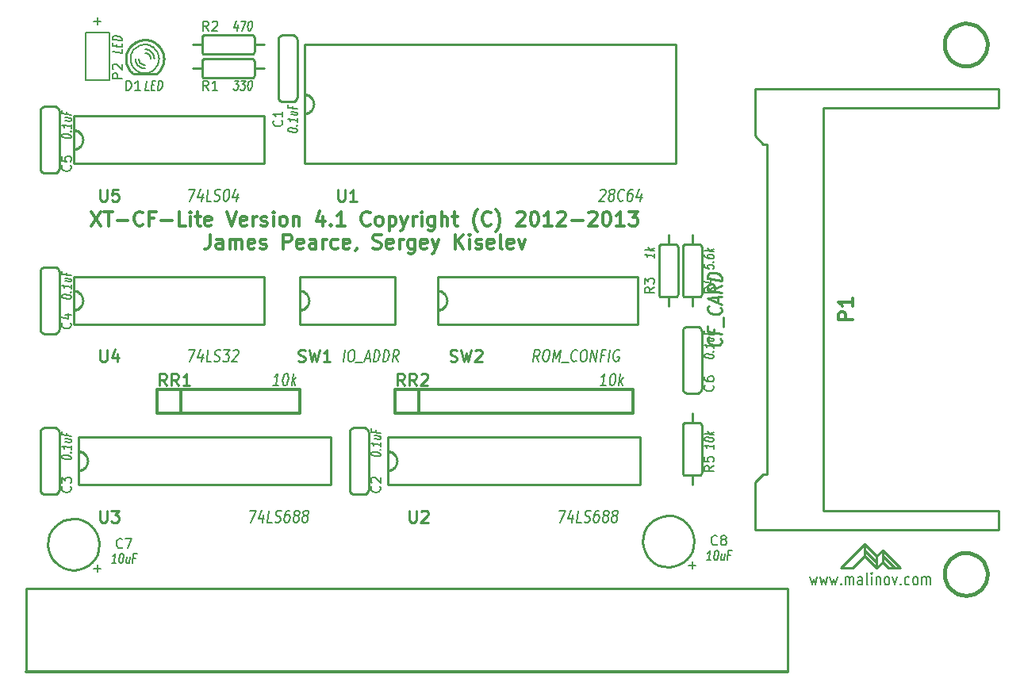
<source format=gto>
G04 (created by PCBNEW-RS274X (2012-01-19 BZR 3256)-stable) date 4/5/2013 11:43:26 PM*
G01*
G70*
G90*
%MOIN*%
G04 Gerber Fmt 3.4, Leading zero omitted, Abs format*
%FSLAX34Y34*%
G04 APERTURE LIST*
%ADD10C,0.006000*%
%ADD11C,0.008000*%
%ADD12C,0.012000*%
%ADD13C,0.010000*%
%ADD14C,0.015000*%
G04 APERTURE END LIST*
G54D10*
G54D11*
X43152Y-25510D02*
X42847Y-25510D01*
X42999Y-25662D02*
X42999Y-25357D01*
X72958Y-48869D02*
X73034Y-49202D01*
X73111Y-48964D01*
X73187Y-49202D01*
X73263Y-48869D01*
X73377Y-48869D02*
X73453Y-49202D01*
X73530Y-48964D01*
X73606Y-49202D01*
X73682Y-48869D01*
X73796Y-48869D02*
X73872Y-49202D01*
X73949Y-48964D01*
X74025Y-49202D01*
X74101Y-48869D01*
X74253Y-49155D02*
X74272Y-49179D01*
X74253Y-49202D01*
X74234Y-49179D01*
X74253Y-49155D01*
X74253Y-49202D01*
X74443Y-49202D02*
X74443Y-48869D01*
X74443Y-48917D02*
X74462Y-48893D01*
X74500Y-48869D01*
X74558Y-48869D01*
X74596Y-48893D01*
X74615Y-48940D01*
X74615Y-49202D01*
X74615Y-48940D02*
X74634Y-48893D01*
X74672Y-48869D01*
X74729Y-48869D01*
X74767Y-48893D01*
X74786Y-48940D01*
X74786Y-49202D01*
X75148Y-49202D02*
X75148Y-48940D01*
X75129Y-48893D01*
X75091Y-48869D01*
X75014Y-48869D01*
X74976Y-48893D01*
X75148Y-49179D02*
X75110Y-49202D01*
X75014Y-49202D01*
X74976Y-49179D01*
X74957Y-49131D01*
X74957Y-49083D01*
X74976Y-49036D01*
X75014Y-49012D01*
X75110Y-49012D01*
X75148Y-48988D01*
X75395Y-49202D02*
X75357Y-49179D01*
X75338Y-49131D01*
X75338Y-48702D01*
X75548Y-49202D02*
X75548Y-48869D01*
X75548Y-48702D02*
X75529Y-48726D01*
X75548Y-48750D01*
X75567Y-48726D01*
X75548Y-48702D01*
X75548Y-48750D01*
X75738Y-48869D02*
X75738Y-49202D01*
X75738Y-48917D02*
X75757Y-48893D01*
X75795Y-48869D01*
X75853Y-48869D01*
X75891Y-48893D01*
X75910Y-48940D01*
X75910Y-49202D01*
X76157Y-49202D02*
X76119Y-49179D01*
X76100Y-49155D01*
X76081Y-49107D01*
X76081Y-48964D01*
X76100Y-48917D01*
X76119Y-48893D01*
X76157Y-48869D01*
X76215Y-48869D01*
X76253Y-48893D01*
X76272Y-48917D01*
X76291Y-48964D01*
X76291Y-49107D01*
X76272Y-49155D01*
X76253Y-49179D01*
X76215Y-49202D01*
X76157Y-49202D01*
X76424Y-48869D02*
X76519Y-49202D01*
X76615Y-48869D01*
X76767Y-49155D02*
X76786Y-49179D01*
X76767Y-49202D01*
X76748Y-49179D01*
X76767Y-49155D01*
X76767Y-49202D01*
X77129Y-49179D02*
X77091Y-49202D01*
X77014Y-49202D01*
X76976Y-49179D01*
X76957Y-49155D01*
X76938Y-49107D01*
X76938Y-48964D01*
X76957Y-48917D01*
X76976Y-48893D01*
X77014Y-48869D01*
X77091Y-48869D01*
X77129Y-48893D01*
X77357Y-49202D02*
X77319Y-49179D01*
X77300Y-49155D01*
X77281Y-49107D01*
X77281Y-48964D01*
X77300Y-48917D01*
X77319Y-48893D01*
X77357Y-48869D01*
X77415Y-48869D01*
X77453Y-48893D01*
X77472Y-48917D01*
X77491Y-48964D01*
X77491Y-49107D01*
X77472Y-49155D01*
X77453Y-49179D01*
X77415Y-49202D01*
X77357Y-49202D01*
X77662Y-49202D02*
X77662Y-48869D01*
X77662Y-48917D02*
X77681Y-48893D01*
X77719Y-48869D01*
X77777Y-48869D01*
X77815Y-48893D01*
X77834Y-48940D01*
X77834Y-49202D01*
X77834Y-48940D02*
X77853Y-48893D01*
X77891Y-48869D01*
X77948Y-48869D01*
X77986Y-48893D01*
X78005Y-48940D01*
X78005Y-49202D01*
G54D12*
X42753Y-33518D02*
X43153Y-34118D01*
X43153Y-33518D02*
X42753Y-34118D01*
X43295Y-33518D02*
X43638Y-33518D01*
X43467Y-34118D02*
X43467Y-33518D01*
X43838Y-33889D02*
X44295Y-33889D01*
X44924Y-34061D02*
X44895Y-34089D01*
X44809Y-34118D01*
X44752Y-34118D01*
X44667Y-34089D01*
X44609Y-34032D01*
X44581Y-33975D01*
X44552Y-33861D01*
X44552Y-33775D01*
X44581Y-33661D01*
X44609Y-33604D01*
X44667Y-33546D01*
X44752Y-33518D01*
X44809Y-33518D01*
X44895Y-33546D01*
X44924Y-33575D01*
X45381Y-33804D02*
X45181Y-33804D01*
X45181Y-34118D02*
X45181Y-33518D01*
X45467Y-33518D01*
X45695Y-33889D02*
X46152Y-33889D01*
X46724Y-34118D02*
X46438Y-34118D01*
X46438Y-33518D01*
X46924Y-34118D02*
X46924Y-33718D01*
X46924Y-33518D02*
X46895Y-33546D01*
X46924Y-33575D01*
X46952Y-33546D01*
X46924Y-33518D01*
X46924Y-33575D01*
X47124Y-33718D02*
X47353Y-33718D01*
X47210Y-33518D02*
X47210Y-34032D01*
X47238Y-34089D01*
X47296Y-34118D01*
X47353Y-34118D01*
X47781Y-34089D02*
X47724Y-34118D01*
X47610Y-34118D01*
X47553Y-34089D01*
X47524Y-34032D01*
X47524Y-33804D01*
X47553Y-33746D01*
X47610Y-33718D01*
X47724Y-33718D01*
X47781Y-33746D01*
X47810Y-33804D01*
X47810Y-33861D01*
X47524Y-33918D01*
X48438Y-33518D02*
X48638Y-34118D01*
X48838Y-33518D01*
X49266Y-34089D02*
X49209Y-34118D01*
X49095Y-34118D01*
X49038Y-34089D01*
X49009Y-34032D01*
X49009Y-33804D01*
X49038Y-33746D01*
X49095Y-33718D01*
X49209Y-33718D01*
X49266Y-33746D01*
X49295Y-33804D01*
X49295Y-33861D01*
X49009Y-33918D01*
X49552Y-34118D02*
X49552Y-33718D01*
X49552Y-33832D02*
X49580Y-33775D01*
X49609Y-33746D01*
X49666Y-33718D01*
X49723Y-33718D01*
X49894Y-34089D02*
X49951Y-34118D01*
X50066Y-34118D01*
X50123Y-34089D01*
X50151Y-34032D01*
X50151Y-34004D01*
X50123Y-33946D01*
X50066Y-33918D01*
X49980Y-33918D01*
X49923Y-33889D01*
X49894Y-33832D01*
X49894Y-33804D01*
X49923Y-33746D01*
X49980Y-33718D01*
X50066Y-33718D01*
X50123Y-33746D01*
X50409Y-34118D02*
X50409Y-33718D01*
X50409Y-33518D02*
X50380Y-33546D01*
X50409Y-33575D01*
X50437Y-33546D01*
X50409Y-33518D01*
X50409Y-33575D01*
X50781Y-34118D02*
X50723Y-34089D01*
X50695Y-34061D01*
X50666Y-34004D01*
X50666Y-33832D01*
X50695Y-33775D01*
X50723Y-33746D01*
X50781Y-33718D01*
X50866Y-33718D01*
X50923Y-33746D01*
X50952Y-33775D01*
X50981Y-33832D01*
X50981Y-34004D01*
X50952Y-34061D01*
X50923Y-34089D01*
X50866Y-34118D01*
X50781Y-34118D01*
X51238Y-33718D02*
X51238Y-34118D01*
X51238Y-33775D02*
X51266Y-33746D01*
X51324Y-33718D01*
X51409Y-33718D01*
X51466Y-33746D01*
X51495Y-33804D01*
X51495Y-34118D01*
X52495Y-33718D02*
X52495Y-34118D01*
X52352Y-33489D02*
X52209Y-33918D01*
X52581Y-33918D01*
X52809Y-34061D02*
X52837Y-34089D01*
X52809Y-34118D01*
X52780Y-34089D01*
X52809Y-34061D01*
X52809Y-34118D01*
X53409Y-34118D02*
X53066Y-34118D01*
X53238Y-34118D02*
X53238Y-33518D01*
X53181Y-33604D01*
X53123Y-33661D01*
X53066Y-33689D01*
X54466Y-34061D02*
X54437Y-34089D01*
X54351Y-34118D01*
X54294Y-34118D01*
X54209Y-34089D01*
X54151Y-34032D01*
X54123Y-33975D01*
X54094Y-33861D01*
X54094Y-33775D01*
X54123Y-33661D01*
X54151Y-33604D01*
X54209Y-33546D01*
X54294Y-33518D01*
X54351Y-33518D01*
X54437Y-33546D01*
X54466Y-33575D01*
X54809Y-34118D02*
X54751Y-34089D01*
X54723Y-34061D01*
X54694Y-34004D01*
X54694Y-33832D01*
X54723Y-33775D01*
X54751Y-33746D01*
X54809Y-33718D01*
X54894Y-33718D01*
X54951Y-33746D01*
X54980Y-33775D01*
X55009Y-33832D01*
X55009Y-34004D01*
X54980Y-34061D01*
X54951Y-34089D01*
X54894Y-34118D01*
X54809Y-34118D01*
X55266Y-33718D02*
X55266Y-34318D01*
X55266Y-33746D02*
X55323Y-33718D01*
X55437Y-33718D01*
X55494Y-33746D01*
X55523Y-33775D01*
X55552Y-33832D01*
X55552Y-34004D01*
X55523Y-34061D01*
X55494Y-34089D01*
X55437Y-34118D01*
X55323Y-34118D01*
X55266Y-34089D01*
X55752Y-33718D02*
X55895Y-34118D01*
X56037Y-33718D02*
X55895Y-34118D01*
X55837Y-34261D01*
X55809Y-34289D01*
X55752Y-34318D01*
X56266Y-34118D02*
X56266Y-33718D01*
X56266Y-33832D02*
X56294Y-33775D01*
X56323Y-33746D01*
X56380Y-33718D01*
X56437Y-33718D01*
X56637Y-34118D02*
X56637Y-33718D01*
X56637Y-33518D02*
X56608Y-33546D01*
X56637Y-33575D01*
X56665Y-33546D01*
X56637Y-33518D01*
X56637Y-33575D01*
X57180Y-33718D02*
X57180Y-34204D01*
X57151Y-34261D01*
X57123Y-34289D01*
X57066Y-34318D01*
X56980Y-34318D01*
X56923Y-34289D01*
X57180Y-34089D02*
X57123Y-34118D01*
X57009Y-34118D01*
X56951Y-34089D01*
X56923Y-34061D01*
X56894Y-34004D01*
X56894Y-33832D01*
X56923Y-33775D01*
X56951Y-33746D01*
X57009Y-33718D01*
X57123Y-33718D01*
X57180Y-33746D01*
X57466Y-34118D02*
X57466Y-33518D01*
X57723Y-34118D02*
X57723Y-33804D01*
X57694Y-33746D01*
X57637Y-33718D01*
X57552Y-33718D01*
X57494Y-33746D01*
X57466Y-33775D01*
X57923Y-33718D02*
X58152Y-33718D01*
X58009Y-33518D02*
X58009Y-34032D01*
X58037Y-34089D01*
X58095Y-34118D01*
X58152Y-34118D01*
X58980Y-34346D02*
X58952Y-34318D01*
X58895Y-34232D01*
X58866Y-34175D01*
X58837Y-34089D01*
X58809Y-33946D01*
X58809Y-33832D01*
X58837Y-33689D01*
X58866Y-33604D01*
X58895Y-33546D01*
X58952Y-33461D01*
X58980Y-33432D01*
X59552Y-34061D02*
X59523Y-34089D01*
X59437Y-34118D01*
X59380Y-34118D01*
X59295Y-34089D01*
X59237Y-34032D01*
X59209Y-33975D01*
X59180Y-33861D01*
X59180Y-33775D01*
X59209Y-33661D01*
X59237Y-33604D01*
X59295Y-33546D01*
X59380Y-33518D01*
X59437Y-33518D01*
X59523Y-33546D01*
X59552Y-33575D01*
X59752Y-34346D02*
X59780Y-34318D01*
X59837Y-34232D01*
X59866Y-34175D01*
X59895Y-34089D01*
X59923Y-33946D01*
X59923Y-33832D01*
X59895Y-33689D01*
X59866Y-33604D01*
X59837Y-33546D01*
X59780Y-33461D01*
X59752Y-33432D01*
X60637Y-33575D02*
X60666Y-33546D01*
X60723Y-33518D01*
X60866Y-33518D01*
X60923Y-33546D01*
X60952Y-33575D01*
X60980Y-33632D01*
X60980Y-33689D01*
X60952Y-33775D01*
X60609Y-34118D01*
X60980Y-34118D01*
X61351Y-33518D02*
X61408Y-33518D01*
X61465Y-33546D01*
X61494Y-33575D01*
X61523Y-33632D01*
X61551Y-33746D01*
X61551Y-33889D01*
X61523Y-34004D01*
X61494Y-34061D01*
X61465Y-34089D01*
X61408Y-34118D01*
X61351Y-34118D01*
X61294Y-34089D01*
X61265Y-34061D01*
X61237Y-34004D01*
X61208Y-33889D01*
X61208Y-33746D01*
X61237Y-33632D01*
X61265Y-33575D01*
X61294Y-33546D01*
X61351Y-33518D01*
X62122Y-34118D02*
X61779Y-34118D01*
X61951Y-34118D02*
X61951Y-33518D01*
X61894Y-33604D01*
X61836Y-33661D01*
X61779Y-33689D01*
X62350Y-33575D02*
X62379Y-33546D01*
X62436Y-33518D01*
X62579Y-33518D01*
X62636Y-33546D01*
X62665Y-33575D01*
X62693Y-33632D01*
X62693Y-33689D01*
X62665Y-33775D01*
X62322Y-34118D01*
X62693Y-34118D01*
X62950Y-33889D02*
X63407Y-33889D01*
X63664Y-33575D02*
X63693Y-33546D01*
X63750Y-33518D01*
X63893Y-33518D01*
X63950Y-33546D01*
X63979Y-33575D01*
X64007Y-33632D01*
X64007Y-33689D01*
X63979Y-33775D01*
X63636Y-34118D01*
X64007Y-34118D01*
X64378Y-33518D02*
X64435Y-33518D01*
X64492Y-33546D01*
X64521Y-33575D01*
X64550Y-33632D01*
X64578Y-33746D01*
X64578Y-33889D01*
X64550Y-34004D01*
X64521Y-34061D01*
X64492Y-34089D01*
X64435Y-34118D01*
X64378Y-34118D01*
X64321Y-34089D01*
X64292Y-34061D01*
X64264Y-34004D01*
X64235Y-33889D01*
X64235Y-33746D01*
X64264Y-33632D01*
X64292Y-33575D01*
X64321Y-33546D01*
X64378Y-33518D01*
X65149Y-34118D02*
X64806Y-34118D01*
X64978Y-34118D02*
X64978Y-33518D01*
X64921Y-33604D01*
X64863Y-33661D01*
X64806Y-33689D01*
X65349Y-33518D02*
X65720Y-33518D01*
X65520Y-33746D01*
X65606Y-33746D01*
X65663Y-33775D01*
X65692Y-33804D01*
X65720Y-33861D01*
X65720Y-34004D01*
X65692Y-34061D01*
X65663Y-34089D01*
X65606Y-34118D01*
X65434Y-34118D01*
X65377Y-34089D01*
X65349Y-34061D01*
X47737Y-34478D02*
X47737Y-34906D01*
X47709Y-34992D01*
X47652Y-35049D01*
X47566Y-35078D01*
X47509Y-35078D01*
X48280Y-35078D02*
X48280Y-34764D01*
X48251Y-34706D01*
X48194Y-34678D01*
X48080Y-34678D01*
X48023Y-34706D01*
X48280Y-35049D02*
X48223Y-35078D01*
X48080Y-35078D01*
X48023Y-35049D01*
X47994Y-34992D01*
X47994Y-34935D01*
X48023Y-34878D01*
X48080Y-34849D01*
X48223Y-34849D01*
X48280Y-34821D01*
X48566Y-35078D02*
X48566Y-34678D01*
X48566Y-34735D02*
X48594Y-34706D01*
X48652Y-34678D01*
X48737Y-34678D01*
X48794Y-34706D01*
X48823Y-34764D01*
X48823Y-35078D01*
X48823Y-34764D02*
X48852Y-34706D01*
X48909Y-34678D01*
X48994Y-34678D01*
X49052Y-34706D01*
X49080Y-34764D01*
X49080Y-35078D01*
X49594Y-35049D02*
X49537Y-35078D01*
X49423Y-35078D01*
X49366Y-35049D01*
X49337Y-34992D01*
X49337Y-34764D01*
X49366Y-34706D01*
X49423Y-34678D01*
X49537Y-34678D01*
X49594Y-34706D01*
X49623Y-34764D01*
X49623Y-34821D01*
X49337Y-34878D01*
X49851Y-35049D02*
X49908Y-35078D01*
X50023Y-35078D01*
X50080Y-35049D01*
X50108Y-34992D01*
X50108Y-34964D01*
X50080Y-34906D01*
X50023Y-34878D01*
X49937Y-34878D01*
X49880Y-34849D01*
X49851Y-34792D01*
X49851Y-34764D01*
X49880Y-34706D01*
X49937Y-34678D01*
X50023Y-34678D01*
X50080Y-34706D01*
X50823Y-35078D02*
X50823Y-34478D01*
X51051Y-34478D01*
X51109Y-34506D01*
X51137Y-34535D01*
X51166Y-34592D01*
X51166Y-34678D01*
X51137Y-34735D01*
X51109Y-34764D01*
X51051Y-34792D01*
X50823Y-34792D01*
X51651Y-35049D02*
X51594Y-35078D01*
X51480Y-35078D01*
X51423Y-35049D01*
X51394Y-34992D01*
X51394Y-34764D01*
X51423Y-34706D01*
X51480Y-34678D01*
X51594Y-34678D01*
X51651Y-34706D01*
X51680Y-34764D01*
X51680Y-34821D01*
X51394Y-34878D01*
X52194Y-35078D02*
X52194Y-34764D01*
X52165Y-34706D01*
X52108Y-34678D01*
X51994Y-34678D01*
X51937Y-34706D01*
X52194Y-35049D02*
X52137Y-35078D01*
X51994Y-35078D01*
X51937Y-35049D01*
X51908Y-34992D01*
X51908Y-34935D01*
X51937Y-34878D01*
X51994Y-34849D01*
X52137Y-34849D01*
X52194Y-34821D01*
X52480Y-35078D02*
X52480Y-34678D01*
X52480Y-34792D02*
X52508Y-34735D01*
X52537Y-34706D01*
X52594Y-34678D01*
X52651Y-34678D01*
X53108Y-35049D02*
X53051Y-35078D01*
X52937Y-35078D01*
X52879Y-35049D01*
X52851Y-35021D01*
X52822Y-34964D01*
X52822Y-34792D01*
X52851Y-34735D01*
X52879Y-34706D01*
X52937Y-34678D01*
X53051Y-34678D01*
X53108Y-34706D01*
X53593Y-35049D02*
X53536Y-35078D01*
X53422Y-35078D01*
X53365Y-35049D01*
X53336Y-34992D01*
X53336Y-34764D01*
X53365Y-34706D01*
X53422Y-34678D01*
X53536Y-34678D01*
X53593Y-34706D01*
X53622Y-34764D01*
X53622Y-34821D01*
X53336Y-34878D01*
X53907Y-35049D02*
X53907Y-35078D01*
X53879Y-35135D01*
X53850Y-35164D01*
X54593Y-35049D02*
X54679Y-35078D01*
X54822Y-35078D01*
X54879Y-35049D01*
X54908Y-35021D01*
X54936Y-34964D01*
X54936Y-34906D01*
X54908Y-34849D01*
X54879Y-34821D01*
X54822Y-34792D01*
X54708Y-34764D01*
X54650Y-34735D01*
X54622Y-34706D01*
X54593Y-34649D01*
X54593Y-34592D01*
X54622Y-34535D01*
X54650Y-34506D01*
X54708Y-34478D01*
X54850Y-34478D01*
X54936Y-34506D01*
X55421Y-35049D02*
X55364Y-35078D01*
X55250Y-35078D01*
X55193Y-35049D01*
X55164Y-34992D01*
X55164Y-34764D01*
X55193Y-34706D01*
X55250Y-34678D01*
X55364Y-34678D01*
X55421Y-34706D01*
X55450Y-34764D01*
X55450Y-34821D01*
X55164Y-34878D01*
X55707Y-35078D02*
X55707Y-34678D01*
X55707Y-34792D02*
X55735Y-34735D01*
X55764Y-34706D01*
X55821Y-34678D01*
X55878Y-34678D01*
X56335Y-34678D02*
X56335Y-35164D01*
X56306Y-35221D01*
X56278Y-35249D01*
X56221Y-35278D01*
X56135Y-35278D01*
X56078Y-35249D01*
X56335Y-35049D02*
X56278Y-35078D01*
X56164Y-35078D01*
X56106Y-35049D01*
X56078Y-35021D01*
X56049Y-34964D01*
X56049Y-34792D01*
X56078Y-34735D01*
X56106Y-34706D01*
X56164Y-34678D01*
X56278Y-34678D01*
X56335Y-34706D01*
X56849Y-35049D02*
X56792Y-35078D01*
X56678Y-35078D01*
X56621Y-35049D01*
X56592Y-34992D01*
X56592Y-34764D01*
X56621Y-34706D01*
X56678Y-34678D01*
X56792Y-34678D01*
X56849Y-34706D01*
X56878Y-34764D01*
X56878Y-34821D01*
X56592Y-34878D01*
X57078Y-34678D02*
X57221Y-35078D01*
X57363Y-34678D02*
X57221Y-35078D01*
X57163Y-35221D01*
X57135Y-35249D01*
X57078Y-35278D01*
X58049Y-35078D02*
X58049Y-34478D01*
X58392Y-35078D02*
X58135Y-34735D01*
X58392Y-34478D02*
X58049Y-34821D01*
X58649Y-35078D02*
X58649Y-34678D01*
X58649Y-34478D02*
X58620Y-34506D01*
X58649Y-34535D01*
X58677Y-34506D01*
X58649Y-34478D01*
X58649Y-34535D01*
X58906Y-35049D02*
X58963Y-35078D01*
X59078Y-35078D01*
X59135Y-35049D01*
X59163Y-34992D01*
X59163Y-34964D01*
X59135Y-34906D01*
X59078Y-34878D01*
X58992Y-34878D01*
X58935Y-34849D01*
X58906Y-34792D01*
X58906Y-34764D01*
X58935Y-34706D01*
X58992Y-34678D01*
X59078Y-34678D01*
X59135Y-34706D01*
X59649Y-35049D02*
X59592Y-35078D01*
X59478Y-35078D01*
X59421Y-35049D01*
X59392Y-34992D01*
X59392Y-34764D01*
X59421Y-34706D01*
X59478Y-34678D01*
X59592Y-34678D01*
X59649Y-34706D01*
X59678Y-34764D01*
X59678Y-34821D01*
X59392Y-34878D01*
X60021Y-35078D02*
X59963Y-35049D01*
X59935Y-34992D01*
X59935Y-34478D01*
X60477Y-35049D02*
X60420Y-35078D01*
X60306Y-35078D01*
X60249Y-35049D01*
X60220Y-34992D01*
X60220Y-34764D01*
X60249Y-34706D01*
X60306Y-34678D01*
X60420Y-34678D01*
X60477Y-34706D01*
X60506Y-34764D01*
X60506Y-34821D01*
X60220Y-34878D01*
X60706Y-34678D02*
X60849Y-35078D01*
X60991Y-34678D01*
G54D13*
X76000Y-48000D02*
X76500Y-48500D01*
X75250Y-47750D02*
X75750Y-48250D01*
X76000Y-47750D02*
X76000Y-48250D01*
X75750Y-48000D02*
X75750Y-48500D01*
X75250Y-47500D02*
X75250Y-48000D01*
X74750Y-48500D02*
X74250Y-48500D01*
X75250Y-48000D02*
X74750Y-48500D01*
X75750Y-48500D02*
X75250Y-48000D01*
X76000Y-48250D02*
X75750Y-48500D01*
X76250Y-48500D02*
X76000Y-48250D01*
X76750Y-48500D02*
X76250Y-48500D01*
X76000Y-47750D02*
X76750Y-48500D01*
X75750Y-48000D02*
X76000Y-47750D01*
X75250Y-47500D02*
X75750Y-48000D01*
X74250Y-48500D02*
X75250Y-47500D01*
G54D14*
X80400Y-26500D02*
X80382Y-26674D01*
X80332Y-26842D01*
X80249Y-26998D01*
X80138Y-27134D01*
X80003Y-27246D01*
X79848Y-27329D01*
X79680Y-27381D01*
X79506Y-27399D01*
X79332Y-27384D01*
X79163Y-27334D01*
X79008Y-27253D01*
X78871Y-27143D01*
X78758Y-27008D01*
X78673Y-26854D01*
X78620Y-26687D01*
X78601Y-26512D01*
X78615Y-26338D01*
X78664Y-26169D01*
X78744Y-26013D01*
X78853Y-25875D01*
X78987Y-25761D01*
X79140Y-25676D01*
X79307Y-25621D01*
X79482Y-25601D01*
X79656Y-25614D01*
X79825Y-25661D01*
X79982Y-25741D01*
X80120Y-25849D01*
X80235Y-25982D01*
X80322Y-26134D01*
X80377Y-26301D01*
X80399Y-26475D01*
X80400Y-26500D01*
X80400Y-48750D02*
X80382Y-48924D01*
X80332Y-49092D01*
X80249Y-49248D01*
X80138Y-49384D01*
X80003Y-49496D01*
X79848Y-49579D01*
X79680Y-49631D01*
X79506Y-49649D01*
X79332Y-49634D01*
X79163Y-49584D01*
X79008Y-49503D01*
X78871Y-49393D01*
X78758Y-49258D01*
X78673Y-49104D01*
X78620Y-48937D01*
X78601Y-48762D01*
X78615Y-48588D01*
X78664Y-48419D01*
X78744Y-48263D01*
X78853Y-48125D01*
X78987Y-48011D01*
X79140Y-47926D01*
X79307Y-47871D01*
X79482Y-47851D01*
X79656Y-47864D01*
X79825Y-47911D01*
X79982Y-47991D01*
X80120Y-48099D01*
X80235Y-48232D01*
X80322Y-48384D01*
X80377Y-48551D01*
X80399Y-48725D01*
X80400Y-48750D01*
G54D13*
X42200Y-44400D02*
X42234Y-44398D01*
X42269Y-44393D01*
X42303Y-44386D01*
X42336Y-44375D01*
X42369Y-44362D01*
X42400Y-44346D01*
X42429Y-44327D01*
X42457Y-44306D01*
X42482Y-44282D01*
X42506Y-44257D01*
X42527Y-44229D01*
X42546Y-44199D01*
X42562Y-44169D01*
X42575Y-44136D01*
X42586Y-44103D01*
X42593Y-44069D01*
X42598Y-44034D01*
X42600Y-44000D01*
X42600Y-44000D02*
X42598Y-43966D01*
X42593Y-43931D01*
X42586Y-43897D01*
X42575Y-43864D01*
X42562Y-43831D01*
X42546Y-43801D01*
X42527Y-43771D01*
X42506Y-43743D01*
X42482Y-43718D01*
X42457Y-43694D01*
X42429Y-43673D01*
X42400Y-43654D01*
X42369Y-43638D01*
X42336Y-43625D01*
X42303Y-43614D01*
X42269Y-43607D01*
X42234Y-43602D01*
X42200Y-43600D01*
X42200Y-43000D02*
X52800Y-43000D01*
X52800Y-43000D02*
X52800Y-45000D01*
X52800Y-45000D02*
X42200Y-45000D01*
X42200Y-45000D02*
X42200Y-43000D01*
X57300Y-37650D02*
X57334Y-37648D01*
X57369Y-37643D01*
X57403Y-37636D01*
X57436Y-37625D01*
X57469Y-37612D01*
X57500Y-37596D01*
X57529Y-37577D01*
X57557Y-37556D01*
X57582Y-37532D01*
X57606Y-37507D01*
X57627Y-37479D01*
X57646Y-37449D01*
X57662Y-37419D01*
X57675Y-37386D01*
X57686Y-37353D01*
X57693Y-37319D01*
X57698Y-37284D01*
X57700Y-37250D01*
X57700Y-37250D02*
X57698Y-37216D01*
X57693Y-37181D01*
X57686Y-37147D01*
X57675Y-37114D01*
X57662Y-37081D01*
X57646Y-37051D01*
X57627Y-37021D01*
X57606Y-36993D01*
X57582Y-36968D01*
X57557Y-36944D01*
X57529Y-36923D01*
X57500Y-36904D01*
X57469Y-36888D01*
X57436Y-36875D01*
X57403Y-36864D01*
X57369Y-36857D01*
X57334Y-36852D01*
X57300Y-36850D01*
X57300Y-36250D02*
X65700Y-36250D01*
X65700Y-36250D02*
X65700Y-38250D01*
X65700Y-38250D02*
X57300Y-38250D01*
X57300Y-38250D02*
X57300Y-36250D01*
X50800Y-28900D02*
X51200Y-28900D01*
X50600Y-26300D02*
X50600Y-28700D01*
X51400Y-26300D02*
X51400Y-28700D01*
X50600Y-28700D02*
X50601Y-28717D01*
X50604Y-28734D01*
X50607Y-28751D01*
X50613Y-28768D01*
X50619Y-28784D01*
X50627Y-28799D01*
X50637Y-28814D01*
X50647Y-28828D01*
X50659Y-28841D01*
X50672Y-28853D01*
X50686Y-28863D01*
X50701Y-28873D01*
X50716Y-28881D01*
X50732Y-28887D01*
X50749Y-28893D01*
X50766Y-28896D01*
X50783Y-28899D01*
X50800Y-28900D01*
X51200Y-28900D02*
X51217Y-28899D01*
X51234Y-28896D01*
X51251Y-28893D01*
X51268Y-28887D01*
X51284Y-28881D01*
X51300Y-28873D01*
X51314Y-28863D01*
X51328Y-28853D01*
X51341Y-28841D01*
X51353Y-28828D01*
X51363Y-28814D01*
X51373Y-28799D01*
X51381Y-28784D01*
X51387Y-28768D01*
X51393Y-28751D01*
X51396Y-28734D01*
X51399Y-28717D01*
X51400Y-28700D01*
X50800Y-26100D02*
X50783Y-26101D01*
X50766Y-26104D01*
X50749Y-26107D01*
X50732Y-26113D01*
X50716Y-26119D01*
X50701Y-26127D01*
X50686Y-26137D01*
X50672Y-26147D01*
X50659Y-26159D01*
X50647Y-26172D01*
X50637Y-26186D01*
X50627Y-26201D01*
X50619Y-26216D01*
X50613Y-26232D01*
X50607Y-26249D01*
X50604Y-26266D01*
X50601Y-26283D01*
X50600Y-26300D01*
X51400Y-26300D02*
X51399Y-26283D01*
X51396Y-26266D01*
X51393Y-26249D01*
X51387Y-26232D01*
X51381Y-26216D01*
X51373Y-26201D01*
X51363Y-26186D01*
X51353Y-26172D01*
X51341Y-26159D01*
X51328Y-26147D01*
X51314Y-26137D01*
X51300Y-26127D01*
X51284Y-26119D01*
X51268Y-26113D01*
X51251Y-26107D01*
X51234Y-26104D01*
X51217Y-26101D01*
X51200Y-26100D01*
X50800Y-26100D02*
X51200Y-26100D01*
X67800Y-41150D02*
X68200Y-41150D01*
X67600Y-38550D02*
X67600Y-40950D01*
X68400Y-38550D02*
X68400Y-40950D01*
X67600Y-40950D02*
X67601Y-40967D01*
X67604Y-40984D01*
X67607Y-41001D01*
X67613Y-41018D01*
X67619Y-41034D01*
X67627Y-41049D01*
X67637Y-41064D01*
X67647Y-41078D01*
X67659Y-41091D01*
X67672Y-41103D01*
X67686Y-41113D01*
X67701Y-41123D01*
X67716Y-41131D01*
X67732Y-41137D01*
X67749Y-41143D01*
X67766Y-41146D01*
X67783Y-41149D01*
X67800Y-41150D01*
X68200Y-41150D02*
X68217Y-41149D01*
X68234Y-41146D01*
X68251Y-41143D01*
X68268Y-41137D01*
X68284Y-41131D01*
X68300Y-41123D01*
X68314Y-41113D01*
X68328Y-41103D01*
X68341Y-41091D01*
X68353Y-41078D01*
X68363Y-41064D01*
X68373Y-41049D01*
X68381Y-41034D01*
X68387Y-41018D01*
X68393Y-41001D01*
X68396Y-40984D01*
X68399Y-40967D01*
X68400Y-40950D01*
X67800Y-38350D02*
X67783Y-38351D01*
X67766Y-38354D01*
X67749Y-38357D01*
X67732Y-38363D01*
X67716Y-38369D01*
X67701Y-38377D01*
X67686Y-38387D01*
X67672Y-38397D01*
X67659Y-38409D01*
X67647Y-38422D01*
X67637Y-38436D01*
X67627Y-38451D01*
X67619Y-38466D01*
X67613Y-38482D01*
X67607Y-38499D01*
X67604Y-38516D01*
X67601Y-38533D01*
X67600Y-38550D01*
X68400Y-38550D02*
X68399Y-38533D01*
X68396Y-38516D01*
X68393Y-38499D01*
X68387Y-38482D01*
X68381Y-38466D01*
X68373Y-38451D01*
X68363Y-38436D01*
X68353Y-38422D01*
X68341Y-38409D01*
X68328Y-38397D01*
X68314Y-38387D01*
X68300Y-38377D01*
X68284Y-38369D01*
X68268Y-38363D01*
X68251Y-38357D01*
X68234Y-38354D01*
X68217Y-38351D01*
X68200Y-38350D01*
X67800Y-38350D02*
X68200Y-38350D01*
X40800Y-31900D02*
X41200Y-31900D01*
X40600Y-29300D02*
X40600Y-31700D01*
X41400Y-29300D02*
X41400Y-31700D01*
X40600Y-31700D02*
X40601Y-31717D01*
X40604Y-31734D01*
X40607Y-31751D01*
X40613Y-31768D01*
X40619Y-31784D01*
X40627Y-31799D01*
X40637Y-31814D01*
X40647Y-31828D01*
X40659Y-31841D01*
X40672Y-31853D01*
X40686Y-31863D01*
X40701Y-31873D01*
X40716Y-31881D01*
X40732Y-31887D01*
X40749Y-31893D01*
X40766Y-31896D01*
X40783Y-31899D01*
X40800Y-31900D01*
X41200Y-31900D02*
X41217Y-31899D01*
X41234Y-31896D01*
X41251Y-31893D01*
X41268Y-31887D01*
X41284Y-31881D01*
X41300Y-31873D01*
X41314Y-31863D01*
X41328Y-31853D01*
X41341Y-31841D01*
X41353Y-31828D01*
X41363Y-31814D01*
X41373Y-31799D01*
X41381Y-31784D01*
X41387Y-31768D01*
X41393Y-31751D01*
X41396Y-31734D01*
X41399Y-31717D01*
X41400Y-31700D01*
X40800Y-29100D02*
X40783Y-29101D01*
X40766Y-29104D01*
X40749Y-29107D01*
X40732Y-29113D01*
X40716Y-29119D01*
X40701Y-29127D01*
X40686Y-29137D01*
X40672Y-29147D01*
X40659Y-29159D01*
X40647Y-29172D01*
X40637Y-29186D01*
X40627Y-29201D01*
X40619Y-29216D01*
X40613Y-29232D01*
X40607Y-29249D01*
X40604Y-29266D01*
X40601Y-29283D01*
X40600Y-29300D01*
X41400Y-29300D02*
X41399Y-29283D01*
X41396Y-29266D01*
X41393Y-29249D01*
X41387Y-29232D01*
X41381Y-29216D01*
X41373Y-29201D01*
X41363Y-29186D01*
X41353Y-29172D01*
X41341Y-29159D01*
X41328Y-29147D01*
X41314Y-29137D01*
X41300Y-29127D01*
X41284Y-29119D01*
X41268Y-29113D01*
X41251Y-29107D01*
X41234Y-29104D01*
X41217Y-29101D01*
X41200Y-29100D01*
X40800Y-29100D02*
X41200Y-29100D01*
X40800Y-38650D02*
X41200Y-38650D01*
X40600Y-36050D02*
X40600Y-38450D01*
X41400Y-36050D02*
X41400Y-38450D01*
X40600Y-38450D02*
X40601Y-38467D01*
X40604Y-38484D01*
X40607Y-38501D01*
X40613Y-38518D01*
X40619Y-38534D01*
X40627Y-38549D01*
X40637Y-38564D01*
X40647Y-38578D01*
X40659Y-38591D01*
X40672Y-38603D01*
X40686Y-38613D01*
X40701Y-38623D01*
X40716Y-38631D01*
X40732Y-38637D01*
X40749Y-38643D01*
X40766Y-38646D01*
X40783Y-38649D01*
X40800Y-38650D01*
X41200Y-38650D02*
X41217Y-38649D01*
X41234Y-38646D01*
X41251Y-38643D01*
X41268Y-38637D01*
X41284Y-38631D01*
X41300Y-38623D01*
X41314Y-38613D01*
X41328Y-38603D01*
X41341Y-38591D01*
X41353Y-38578D01*
X41363Y-38564D01*
X41373Y-38549D01*
X41381Y-38534D01*
X41387Y-38518D01*
X41393Y-38501D01*
X41396Y-38484D01*
X41399Y-38467D01*
X41400Y-38450D01*
X40800Y-35850D02*
X40783Y-35851D01*
X40766Y-35854D01*
X40749Y-35857D01*
X40732Y-35863D01*
X40716Y-35869D01*
X40701Y-35877D01*
X40686Y-35887D01*
X40672Y-35897D01*
X40659Y-35909D01*
X40647Y-35922D01*
X40637Y-35936D01*
X40627Y-35951D01*
X40619Y-35966D01*
X40613Y-35982D01*
X40607Y-35999D01*
X40604Y-36016D01*
X40601Y-36033D01*
X40600Y-36050D01*
X41400Y-36050D02*
X41399Y-36033D01*
X41396Y-36016D01*
X41393Y-35999D01*
X41387Y-35982D01*
X41381Y-35966D01*
X41373Y-35951D01*
X41363Y-35936D01*
X41353Y-35922D01*
X41341Y-35909D01*
X41328Y-35897D01*
X41314Y-35887D01*
X41300Y-35877D01*
X41284Y-35869D01*
X41268Y-35863D01*
X41251Y-35857D01*
X41234Y-35854D01*
X41217Y-35851D01*
X41200Y-35850D01*
X40800Y-35850D02*
X41200Y-35850D01*
X40800Y-45400D02*
X41200Y-45400D01*
X40600Y-42800D02*
X40600Y-45200D01*
X41400Y-42800D02*
X41400Y-45200D01*
X40600Y-45200D02*
X40601Y-45217D01*
X40604Y-45234D01*
X40607Y-45251D01*
X40613Y-45268D01*
X40619Y-45284D01*
X40627Y-45299D01*
X40637Y-45314D01*
X40647Y-45328D01*
X40659Y-45341D01*
X40672Y-45353D01*
X40686Y-45363D01*
X40701Y-45373D01*
X40716Y-45381D01*
X40732Y-45387D01*
X40749Y-45393D01*
X40766Y-45396D01*
X40783Y-45399D01*
X40800Y-45400D01*
X41200Y-45400D02*
X41217Y-45399D01*
X41234Y-45396D01*
X41251Y-45393D01*
X41268Y-45387D01*
X41284Y-45381D01*
X41300Y-45373D01*
X41314Y-45363D01*
X41328Y-45353D01*
X41341Y-45341D01*
X41353Y-45328D01*
X41363Y-45314D01*
X41373Y-45299D01*
X41381Y-45284D01*
X41387Y-45268D01*
X41393Y-45251D01*
X41396Y-45234D01*
X41399Y-45217D01*
X41400Y-45200D01*
X40800Y-42600D02*
X40783Y-42601D01*
X40766Y-42604D01*
X40749Y-42607D01*
X40732Y-42613D01*
X40716Y-42619D01*
X40701Y-42627D01*
X40686Y-42637D01*
X40672Y-42647D01*
X40659Y-42659D01*
X40647Y-42672D01*
X40637Y-42686D01*
X40627Y-42701D01*
X40619Y-42716D01*
X40613Y-42732D01*
X40607Y-42749D01*
X40604Y-42766D01*
X40601Y-42783D01*
X40600Y-42800D01*
X41400Y-42800D02*
X41399Y-42783D01*
X41396Y-42766D01*
X41393Y-42749D01*
X41387Y-42732D01*
X41381Y-42716D01*
X41373Y-42701D01*
X41363Y-42686D01*
X41353Y-42672D01*
X41341Y-42659D01*
X41328Y-42647D01*
X41314Y-42637D01*
X41300Y-42627D01*
X41284Y-42619D01*
X41268Y-42613D01*
X41251Y-42607D01*
X41234Y-42604D01*
X41217Y-42601D01*
X41200Y-42600D01*
X40800Y-42600D02*
X41200Y-42600D01*
X53800Y-45400D02*
X54200Y-45400D01*
X53600Y-42800D02*
X53600Y-45200D01*
X54400Y-42800D02*
X54400Y-45200D01*
X53600Y-45200D02*
X53601Y-45217D01*
X53604Y-45234D01*
X53607Y-45251D01*
X53613Y-45268D01*
X53619Y-45284D01*
X53627Y-45299D01*
X53637Y-45314D01*
X53647Y-45328D01*
X53659Y-45341D01*
X53672Y-45353D01*
X53686Y-45363D01*
X53701Y-45373D01*
X53716Y-45381D01*
X53732Y-45387D01*
X53749Y-45393D01*
X53766Y-45396D01*
X53783Y-45399D01*
X53800Y-45400D01*
X54200Y-45400D02*
X54217Y-45399D01*
X54234Y-45396D01*
X54251Y-45393D01*
X54268Y-45387D01*
X54284Y-45381D01*
X54300Y-45373D01*
X54314Y-45363D01*
X54328Y-45353D01*
X54341Y-45341D01*
X54353Y-45328D01*
X54363Y-45314D01*
X54373Y-45299D01*
X54381Y-45284D01*
X54387Y-45268D01*
X54393Y-45251D01*
X54396Y-45234D01*
X54399Y-45217D01*
X54400Y-45200D01*
X53800Y-42600D02*
X53783Y-42601D01*
X53766Y-42604D01*
X53749Y-42607D01*
X53732Y-42613D01*
X53716Y-42619D01*
X53701Y-42627D01*
X53686Y-42637D01*
X53672Y-42647D01*
X53659Y-42659D01*
X53647Y-42672D01*
X53637Y-42686D01*
X53627Y-42701D01*
X53619Y-42716D01*
X53613Y-42732D01*
X53607Y-42749D01*
X53604Y-42766D01*
X53601Y-42783D01*
X53600Y-42800D01*
X54400Y-42800D02*
X54399Y-42783D01*
X54396Y-42766D01*
X54393Y-42749D01*
X54387Y-42732D01*
X54381Y-42716D01*
X54373Y-42701D01*
X54363Y-42686D01*
X54353Y-42672D01*
X54341Y-42659D01*
X54328Y-42647D01*
X54314Y-42637D01*
X54300Y-42627D01*
X54284Y-42619D01*
X54268Y-42613D01*
X54251Y-42607D01*
X54234Y-42604D01*
X54217Y-42601D01*
X54200Y-42600D01*
X53800Y-42600D02*
X54200Y-42600D01*
X49500Y-27900D02*
X47500Y-27900D01*
X49600Y-27200D02*
X49600Y-27800D01*
X47500Y-27100D02*
X49500Y-27100D01*
X47400Y-27800D02*
X47400Y-27200D01*
X49500Y-27900D02*
X49508Y-27899D01*
X49517Y-27898D01*
X49525Y-27896D01*
X49534Y-27893D01*
X49542Y-27890D01*
X49550Y-27886D01*
X49557Y-27881D01*
X49564Y-27876D01*
X49570Y-27870D01*
X49576Y-27864D01*
X49581Y-27857D01*
X49586Y-27849D01*
X49590Y-27842D01*
X49593Y-27834D01*
X49596Y-27825D01*
X49598Y-27817D01*
X49599Y-27808D01*
X49600Y-27800D01*
X49600Y-27200D02*
X49599Y-27192D01*
X49598Y-27183D01*
X49596Y-27175D01*
X49593Y-27166D01*
X49590Y-27158D01*
X49586Y-27151D01*
X49581Y-27143D01*
X49576Y-27136D01*
X49570Y-27130D01*
X49564Y-27124D01*
X49557Y-27119D01*
X49550Y-27114D01*
X49542Y-27110D01*
X49534Y-27107D01*
X49525Y-27104D01*
X49517Y-27102D01*
X49508Y-27101D01*
X49500Y-27100D01*
X47400Y-27800D02*
X47401Y-27808D01*
X47402Y-27817D01*
X47404Y-27825D01*
X47407Y-27834D01*
X47410Y-27842D01*
X47414Y-27849D01*
X47419Y-27857D01*
X47424Y-27864D01*
X47430Y-27870D01*
X47436Y-27876D01*
X47443Y-27881D01*
X47451Y-27886D01*
X47458Y-27890D01*
X47466Y-27893D01*
X47475Y-27896D01*
X47483Y-27898D01*
X47492Y-27899D01*
X47500Y-27900D01*
X47500Y-27100D02*
X47492Y-27101D01*
X47483Y-27102D01*
X47475Y-27104D01*
X47466Y-27107D01*
X47458Y-27110D01*
X47451Y-27114D01*
X47443Y-27119D01*
X47436Y-27124D01*
X47430Y-27130D01*
X47424Y-27136D01*
X47419Y-27143D01*
X47414Y-27151D01*
X47410Y-27158D01*
X47407Y-27166D01*
X47404Y-27175D01*
X47402Y-27183D01*
X47401Y-27192D01*
X47400Y-27200D01*
X49600Y-27500D02*
X50000Y-27500D01*
X47000Y-27500D02*
X47400Y-27500D01*
X49500Y-26900D02*
X47500Y-26900D01*
X49600Y-26200D02*
X49600Y-26800D01*
X47500Y-26100D02*
X49500Y-26100D01*
X47400Y-26800D02*
X47400Y-26200D01*
X49500Y-26900D02*
X49508Y-26899D01*
X49517Y-26898D01*
X49525Y-26896D01*
X49534Y-26893D01*
X49542Y-26890D01*
X49550Y-26886D01*
X49557Y-26881D01*
X49564Y-26876D01*
X49570Y-26870D01*
X49576Y-26864D01*
X49581Y-26857D01*
X49586Y-26849D01*
X49590Y-26842D01*
X49593Y-26834D01*
X49596Y-26825D01*
X49598Y-26817D01*
X49599Y-26808D01*
X49600Y-26800D01*
X49600Y-26200D02*
X49599Y-26192D01*
X49598Y-26183D01*
X49596Y-26175D01*
X49593Y-26166D01*
X49590Y-26158D01*
X49586Y-26151D01*
X49581Y-26143D01*
X49576Y-26136D01*
X49570Y-26130D01*
X49564Y-26124D01*
X49557Y-26119D01*
X49550Y-26114D01*
X49542Y-26110D01*
X49534Y-26107D01*
X49525Y-26104D01*
X49517Y-26102D01*
X49508Y-26101D01*
X49500Y-26100D01*
X47400Y-26800D02*
X47401Y-26808D01*
X47402Y-26817D01*
X47404Y-26825D01*
X47407Y-26834D01*
X47410Y-26842D01*
X47414Y-26849D01*
X47419Y-26857D01*
X47424Y-26864D01*
X47430Y-26870D01*
X47436Y-26876D01*
X47443Y-26881D01*
X47451Y-26886D01*
X47458Y-26890D01*
X47466Y-26893D01*
X47475Y-26896D01*
X47483Y-26898D01*
X47492Y-26899D01*
X47500Y-26900D01*
X47500Y-26100D02*
X47492Y-26101D01*
X47483Y-26102D01*
X47475Y-26104D01*
X47466Y-26107D01*
X47458Y-26110D01*
X47451Y-26114D01*
X47443Y-26119D01*
X47436Y-26124D01*
X47430Y-26130D01*
X47424Y-26136D01*
X47419Y-26143D01*
X47414Y-26151D01*
X47410Y-26158D01*
X47407Y-26166D01*
X47404Y-26175D01*
X47402Y-26183D01*
X47401Y-26192D01*
X47400Y-26200D01*
X49600Y-26500D02*
X50000Y-26500D01*
X47000Y-26500D02*
X47400Y-26500D01*
X66600Y-37000D02*
X66600Y-35000D01*
X67300Y-37100D02*
X66700Y-37100D01*
X67400Y-35000D02*
X67400Y-37000D01*
X66700Y-34900D02*
X67300Y-34900D01*
X66600Y-37000D02*
X66601Y-37008D01*
X66602Y-37017D01*
X66604Y-37025D01*
X66607Y-37034D01*
X66610Y-37042D01*
X66614Y-37049D01*
X66619Y-37057D01*
X66624Y-37064D01*
X66630Y-37070D01*
X66636Y-37076D01*
X66643Y-37081D01*
X66651Y-37086D01*
X66658Y-37090D01*
X66666Y-37093D01*
X66675Y-37096D01*
X66683Y-37098D01*
X66692Y-37099D01*
X66700Y-37100D01*
X67300Y-37100D02*
X67308Y-37099D01*
X67317Y-37098D01*
X67325Y-37096D01*
X67334Y-37093D01*
X67342Y-37090D01*
X67350Y-37086D01*
X67357Y-37081D01*
X67364Y-37076D01*
X67370Y-37070D01*
X67376Y-37064D01*
X67381Y-37057D01*
X67386Y-37049D01*
X67390Y-37042D01*
X67393Y-37034D01*
X67396Y-37025D01*
X67398Y-37017D01*
X67399Y-37008D01*
X67400Y-37000D01*
X66700Y-34900D02*
X66692Y-34901D01*
X66683Y-34902D01*
X66675Y-34904D01*
X66666Y-34907D01*
X66658Y-34910D01*
X66651Y-34914D01*
X66643Y-34919D01*
X66636Y-34924D01*
X66630Y-34930D01*
X66624Y-34936D01*
X66619Y-34943D01*
X66614Y-34951D01*
X66610Y-34958D01*
X66607Y-34966D01*
X66604Y-34975D01*
X66602Y-34983D01*
X66601Y-34992D01*
X66600Y-35000D01*
X67400Y-35000D02*
X67399Y-34992D01*
X67398Y-34983D01*
X67396Y-34975D01*
X67393Y-34966D01*
X67390Y-34958D01*
X67386Y-34951D01*
X67381Y-34943D01*
X67376Y-34936D01*
X67370Y-34930D01*
X67364Y-34924D01*
X67357Y-34919D01*
X67350Y-34914D01*
X67342Y-34910D01*
X67334Y-34907D01*
X67325Y-34904D01*
X67317Y-34902D01*
X67308Y-34901D01*
X67300Y-34900D01*
X67000Y-37100D02*
X67000Y-37500D01*
X67000Y-34500D02*
X67000Y-34900D01*
X67600Y-37000D02*
X67600Y-35000D01*
X68300Y-37100D02*
X67700Y-37100D01*
X68400Y-35000D02*
X68400Y-37000D01*
X67700Y-34900D02*
X68300Y-34900D01*
X67600Y-37000D02*
X67601Y-37008D01*
X67602Y-37017D01*
X67604Y-37025D01*
X67607Y-37034D01*
X67610Y-37042D01*
X67614Y-37049D01*
X67619Y-37057D01*
X67624Y-37064D01*
X67630Y-37070D01*
X67636Y-37076D01*
X67643Y-37081D01*
X67651Y-37086D01*
X67658Y-37090D01*
X67666Y-37093D01*
X67675Y-37096D01*
X67683Y-37098D01*
X67692Y-37099D01*
X67700Y-37100D01*
X68300Y-37100D02*
X68308Y-37099D01*
X68317Y-37098D01*
X68325Y-37096D01*
X68334Y-37093D01*
X68342Y-37090D01*
X68350Y-37086D01*
X68357Y-37081D01*
X68364Y-37076D01*
X68370Y-37070D01*
X68376Y-37064D01*
X68381Y-37057D01*
X68386Y-37049D01*
X68390Y-37042D01*
X68393Y-37034D01*
X68396Y-37025D01*
X68398Y-37017D01*
X68399Y-37008D01*
X68400Y-37000D01*
X67700Y-34900D02*
X67692Y-34901D01*
X67683Y-34902D01*
X67675Y-34904D01*
X67666Y-34907D01*
X67658Y-34910D01*
X67651Y-34914D01*
X67643Y-34919D01*
X67636Y-34924D01*
X67630Y-34930D01*
X67624Y-34936D01*
X67619Y-34943D01*
X67614Y-34951D01*
X67610Y-34958D01*
X67607Y-34966D01*
X67604Y-34975D01*
X67602Y-34983D01*
X67601Y-34992D01*
X67600Y-35000D01*
X68400Y-35000D02*
X68399Y-34992D01*
X68398Y-34983D01*
X68396Y-34975D01*
X68393Y-34966D01*
X68390Y-34958D01*
X68386Y-34951D01*
X68381Y-34943D01*
X68376Y-34936D01*
X68370Y-34930D01*
X68364Y-34924D01*
X68357Y-34919D01*
X68350Y-34914D01*
X68342Y-34910D01*
X68334Y-34907D01*
X68325Y-34904D01*
X68317Y-34902D01*
X68308Y-34901D01*
X68300Y-34900D01*
X68000Y-37100D02*
X68000Y-37500D01*
X68000Y-34500D02*
X68000Y-34900D01*
X67600Y-44500D02*
X67600Y-42500D01*
X68300Y-44600D02*
X67700Y-44600D01*
X68400Y-42500D02*
X68400Y-44500D01*
X67700Y-42400D02*
X68300Y-42400D01*
X67600Y-44500D02*
X67601Y-44508D01*
X67602Y-44517D01*
X67604Y-44525D01*
X67607Y-44534D01*
X67610Y-44542D01*
X67614Y-44549D01*
X67619Y-44557D01*
X67624Y-44564D01*
X67630Y-44570D01*
X67636Y-44576D01*
X67643Y-44581D01*
X67651Y-44586D01*
X67658Y-44590D01*
X67666Y-44593D01*
X67675Y-44596D01*
X67683Y-44598D01*
X67692Y-44599D01*
X67700Y-44600D01*
X68300Y-44600D02*
X68308Y-44599D01*
X68317Y-44598D01*
X68325Y-44596D01*
X68334Y-44593D01*
X68342Y-44590D01*
X68350Y-44586D01*
X68357Y-44581D01*
X68364Y-44576D01*
X68370Y-44570D01*
X68376Y-44564D01*
X68381Y-44557D01*
X68386Y-44549D01*
X68390Y-44542D01*
X68393Y-44534D01*
X68396Y-44525D01*
X68398Y-44517D01*
X68399Y-44508D01*
X68400Y-44500D01*
X67700Y-42400D02*
X67692Y-42401D01*
X67683Y-42402D01*
X67675Y-42404D01*
X67666Y-42407D01*
X67658Y-42410D01*
X67651Y-42414D01*
X67643Y-42419D01*
X67636Y-42424D01*
X67630Y-42430D01*
X67624Y-42436D01*
X67619Y-42443D01*
X67614Y-42451D01*
X67610Y-42458D01*
X67607Y-42466D01*
X67604Y-42475D01*
X67602Y-42483D01*
X67601Y-42492D01*
X67600Y-42500D01*
X68400Y-42500D02*
X68399Y-42492D01*
X68398Y-42483D01*
X68396Y-42475D01*
X68393Y-42466D01*
X68390Y-42458D01*
X68386Y-42451D01*
X68381Y-42443D01*
X68376Y-42436D01*
X68370Y-42430D01*
X68364Y-42424D01*
X68357Y-42419D01*
X68350Y-42414D01*
X68342Y-42410D01*
X68334Y-42407D01*
X68325Y-42404D01*
X68317Y-42402D01*
X68308Y-42401D01*
X68300Y-42400D01*
X68000Y-44600D02*
X68000Y-45000D01*
X68000Y-42000D02*
X68000Y-42400D01*
X43083Y-47500D02*
X43062Y-47710D01*
X43001Y-47912D01*
X42902Y-48099D01*
X42768Y-48263D01*
X42605Y-48397D01*
X42419Y-48498D01*
X42217Y-48560D01*
X42007Y-48582D01*
X41798Y-48563D01*
X41595Y-48504D01*
X41407Y-48406D01*
X41243Y-48273D01*
X41107Y-48111D01*
X41005Y-47926D01*
X40941Y-47725D01*
X40918Y-47515D01*
X40935Y-47305D01*
X40994Y-47102D01*
X41090Y-46914D01*
X41221Y-46748D01*
X41382Y-46611D01*
X41567Y-46508D01*
X41768Y-46443D01*
X41978Y-46418D01*
X42188Y-46434D01*
X42391Y-46491D01*
X42580Y-46586D01*
X42746Y-46716D01*
X42884Y-46876D01*
X42989Y-47060D01*
X43056Y-47261D01*
X43082Y-47470D01*
X43083Y-47500D01*
X68083Y-47375D02*
X68062Y-47585D01*
X68001Y-47787D01*
X67902Y-47974D01*
X67768Y-48138D01*
X67605Y-48272D01*
X67419Y-48373D01*
X67217Y-48435D01*
X67007Y-48457D01*
X66798Y-48438D01*
X66595Y-48379D01*
X66407Y-48281D01*
X66243Y-48148D01*
X66107Y-47986D01*
X66005Y-47801D01*
X65941Y-47600D01*
X65918Y-47390D01*
X65935Y-47180D01*
X65994Y-46977D01*
X66090Y-46789D01*
X66221Y-46623D01*
X66382Y-46486D01*
X66567Y-46383D01*
X66768Y-46318D01*
X66978Y-46293D01*
X67188Y-46309D01*
X67391Y-46366D01*
X67580Y-46461D01*
X67746Y-46591D01*
X67884Y-46751D01*
X67989Y-46935D01*
X68056Y-47136D01*
X68082Y-47345D01*
X68083Y-47375D01*
G54D10*
X42500Y-26000D02*
X43500Y-26000D01*
X43500Y-26000D02*
X43500Y-28000D01*
X43500Y-28000D02*
X42500Y-28000D01*
X42500Y-28000D02*
X42500Y-26000D01*
G54D12*
X45500Y-42000D02*
X45500Y-41000D01*
X45500Y-41000D02*
X51500Y-41000D01*
X51500Y-41000D02*
X51500Y-42000D01*
X51500Y-42000D02*
X45500Y-42000D01*
X46500Y-42000D02*
X46500Y-41000D01*
X55500Y-42000D02*
X55500Y-41000D01*
X55500Y-41000D02*
X65500Y-41000D01*
X65500Y-41000D02*
X65500Y-42000D01*
X65500Y-42000D02*
X55500Y-42000D01*
X56500Y-42000D02*
X56500Y-41000D01*
G54D13*
X51500Y-37650D02*
X51534Y-37648D01*
X51569Y-37643D01*
X51603Y-37636D01*
X51636Y-37625D01*
X51669Y-37612D01*
X51700Y-37596D01*
X51729Y-37577D01*
X51757Y-37556D01*
X51782Y-37532D01*
X51806Y-37507D01*
X51827Y-37479D01*
X51846Y-37449D01*
X51862Y-37419D01*
X51875Y-37386D01*
X51886Y-37353D01*
X51893Y-37319D01*
X51898Y-37284D01*
X51900Y-37250D01*
X51900Y-37250D02*
X51898Y-37216D01*
X51893Y-37181D01*
X51886Y-37147D01*
X51875Y-37114D01*
X51862Y-37081D01*
X51846Y-37051D01*
X51827Y-37021D01*
X51806Y-36993D01*
X51782Y-36968D01*
X51757Y-36944D01*
X51729Y-36923D01*
X51700Y-36904D01*
X51669Y-36888D01*
X51636Y-36875D01*
X51603Y-36864D01*
X51569Y-36857D01*
X51534Y-36852D01*
X51500Y-36850D01*
X51500Y-38250D02*
X51500Y-36250D01*
X51500Y-36250D02*
X55500Y-36250D01*
X55500Y-36250D02*
X55500Y-38250D01*
X55500Y-38250D02*
X51500Y-38250D01*
X51700Y-29400D02*
X51734Y-29398D01*
X51769Y-29393D01*
X51803Y-29386D01*
X51836Y-29375D01*
X51869Y-29362D01*
X51900Y-29346D01*
X51929Y-29327D01*
X51957Y-29306D01*
X51982Y-29282D01*
X52006Y-29257D01*
X52027Y-29229D01*
X52046Y-29199D01*
X52062Y-29169D01*
X52075Y-29136D01*
X52086Y-29103D01*
X52093Y-29069D01*
X52098Y-29034D01*
X52100Y-29000D01*
X52100Y-29000D02*
X52098Y-28966D01*
X52093Y-28931D01*
X52086Y-28897D01*
X52075Y-28864D01*
X52062Y-28831D01*
X52046Y-28801D01*
X52027Y-28771D01*
X52006Y-28743D01*
X51982Y-28718D01*
X51957Y-28694D01*
X51929Y-28673D01*
X51900Y-28654D01*
X51869Y-28638D01*
X51836Y-28625D01*
X51803Y-28614D01*
X51769Y-28607D01*
X51734Y-28602D01*
X51700Y-28600D01*
X51700Y-26500D02*
X67300Y-26500D01*
X67300Y-26500D02*
X67300Y-31500D01*
X67300Y-31500D02*
X51700Y-31500D01*
X51700Y-31500D02*
X51700Y-26500D01*
X55200Y-44400D02*
X55234Y-44398D01*
X55269Y-44393D01*
X55303Y-44386D01*
X55336Y-44375D01*
X55369Y-44362D01*
X55400Y-44346D01*
X55429Y-44327D01*
X55457Y-44306D01*
X55482Y-44282D01*
X55506Y-44257D01*
X55527Y-44229D01*
X55546Y-44199D01*
X55562Y-44169D01*
X55575Y-44136D01*
X55586Y-44103D01*
X55593Y-44069D01*
X55598Y-44034D01*
X55600Y-44000D01*
X55600Y-44000D02*
X55598Y-43966D01*
X55593Y-43931D01*
X55586Y-43897D01*
X55575Y-43864D01*
X55562Y-43831D01*
X55546Y-43801D01*
X55527Y-43771D01*
X55506Y-43743D01*
X55482Y-43718D01*
X55457Y-43694D01*
X55429Y-43673D01*
X55400Y-43654D01*
X55369Y-43638D01*
X55336Y-43625D01*
X55303Y-43614D01*
X55269Y-43607D01*
X55234Y-43602D01*
X55200Y-43600D01*
X55200Y-43000D02*
X65800Y-43000D01*
X65800Y-43000D02*
X65800Y-45000D01*
X65800Y-45000D02*
X55200Y-45000D01*
X55200Y-45000D02*
X55200Y-43000D01*
X42000Y-37650D02*
X42034Y-37648D01*
X42069Y-37643D01*
X42103Y-37636D01*
X42136Y-37625D01*
X42169Y-37612D01*
X42200Y-37596D01*
X42229Y-37577D01*
X42257Y-37556D01*
X42282Y-37532D01*
X42306Y-37507D01*
X42327Y-37479D01*
X42346Y-37449D01*
X42362Y-37419D01*
X42375Y-37386D01*
X42386Y-37353D01*
X42393Y-37319D01*
X42398Y-37284D01*
X42400Y-37250D01*
X42400Y-37250D02*
X42398Y-37216D01*
X42393Y-37181D01*
X42386Y-37147D01*
X42375Y-37114D01*
X42362Y-37081D01*
X42346Y-37051D01*
X42327Y-37021D01*
X42306Y-36993D01*
X42282Y-36968D01*
X42257Y-36944D01*
X42229Y-36923D01*
X42200Y-36904D01*
X42169Y-36888D01*
X42136Y-36875D01*
X42103Y-36864D01*
X42069Y-36857D01*
X42034Y-36852D01*
X42000Y-36850D01*
X50000Y-36250D02*
X42000Y-36250D01*
X42000Y-36250D02*
X42000Y-38250D01*
X42000Y-38250D02*
X50000Y-38250D01*
X50000Y-38250D02*
X50000Y-36250D01*
X42000Y-30900D02*
X42034Y-30898D01*
X42069Y-30893D01*
X42103Y-30886D01*
X42136Y-30875D01*
X42169Y-30862D01*
X42200Y-30846D01*
X42229Y-30827D01*
X42257Y-30806D01*
X42282Y-30782D01*
X42306Y-30757D01*
X42327Y-30729D01*
X42346Y-30699D01*
X42362Y-30669D01*
X42375Y-30636D01*
X42386Y-30603D01*
X42393Y-30569D01*
X42398Y-30534D01*
X42400Y-30500D01*
X42400Y-30500D02*
X42398Y-30466D01*
X42393Y-30431D01*
X42386Y-30397D01*
X42375Y-30364D01*
X42362Y-30331D01*
X42346Y-30301D01*
X42327Y-30271D01*
X42306Y-30243D01*
X42282Y-30218D01*
X42257Y-30194D01*
X42229Y-30173D01*
X42200Y-30154D01*
X42169Y-30138D01*
X42136Y-30125D01*
X42103Y-30114D01*
X42069Y-30107D01*
X42034Y-30102D01*
X42000Y-30100D01*
X50000Y-29500D02*
X42000Y-29500D01*
X42000Y-29500D02*
X42000Y-31500D01*
X42000Y-31500D02*
X50000Y-31500D01*
X50000Y-31500D02*
X50000Y-29500D01*
X40000Y-52875D02*
X40000Y-49375D01*
X72000Y-49375D02*
X40000Y-49375D01*
G54D12*
X72000Y-52875D02*
X40000Y-52875D01*
G54D13*
X72000Y-49375D02*
X72000Y-52875D01*
X44500Y-27720D02*
X45500Y-27720D01*
G54D10*
X45384Y-26640D02*
X45342Y-26608D01*
X45298Y-26580D01*
X45251Y-26556D01*
X45203Y-26536D01*
X45153Y-26520D01*
X45102Y-26509D01*
X45050Y-26503D01*
X45000Y-26500D01*
X45000Y-26501D02*
X44948Y-26504D01*
X44896Y-26511D01*
X44845Y-26522D01*
X44796Y-26538D01*
X44747Y-26558D01*
X44701Y-26582D01*
X44657Y-26610D01*
X44615Y-26642D01*
X44603Y-26653D01*
X45000Y-27699D02*
X45052Y-27696D01*
X45104Y-27689D01*
X45155Y-27678D01*
X45204Y-27662D01*
X45253Y-27642D01*
X45299Y-27618D01*
X45343Y-27590D01*
X45385Y-27558D01*
X45389Y-27554D01*
X44616Y-27560D02*
X44658Y-27592D01*
X44702Y-27620D01*
X44749Y-27644D01*
X44797Y-27664D01*
X44847Y-27680D01*
X44898Y-27691D01*
X44950Y-27697D01*
X45000Y-27700D01*
X45349Y-27587D02*
X45390Y-27555D01*
X45428Y-27519D01*
X45463Y-27480D01*
X45495Y-27438D01*
X45522Y-27394D01*
X45546Y-27347D01*
X45565Y-27299D01*
X45581Y-27249D01*
X45591Y-27197D01*
X45598Y-27146D01*
X45600Y-27100D01*
X45600Y-27100D02*
X45597Y-27048D01*
X45590Y-26996D01*
X45579Y-26945D01*
X45563Y-26895D01*
X45543Y-26847D01*
X45519Y-26801D01*
X45491Y-26756D01*
X45459Y-26715D01*
X45424Y-26676D01*
X45385Y-26641D01*
X45360Y-26621D01*
X44401Y-27100D02*
X44404Y-27152D01*
X44411Y-27204D01*
X44422Y-27255D01*
X44438Y-27304D01*
X44458Y-27353D01*
X44482Y-27399D01*
X44510Y-27443D01*
X44542Y-27485D01*
X44577Y-27523D01*
X44615Y-27558D01*
X44633Y-27572D01*
X44632Y-26627D02*
X44592Y-26661D01*
X44555Y-26698D01*
X44522Y-26739D01*
X44492Y-26782D01*
X44466Y-26827D01*
X44445Y-26875D01*
X44427Y-26924D01*
X44414Y-26975D01*
X44405Y-27026D01*
X44401Y-27079D01*
X44400Y-27100D01*
X45250Y-27100D02*
X45249Y-27079D01*
X45246Y-27057D01*
X45241Y-27036D01*
X45234Y-27015D01*
X45226Y-26995D01*
X45216Y-26976D01*
X45204Y-26957D01*
X45191Y-26940D01*
X45176Y-26924D01*
X45160Y-26909D01*
X45143Y-26896D01*
X45125Y-26884D01*
X45105Y-26874D01*
X45085Y-26866D01*
X45064Y-26859D01*
X45043Y-26854D01*
X45021Y-26851D01*
X45000Y-26850D01*
X45400Y-27100D02*
X45398Y-27066D01*
X45393Y-27031D01*
X45386Y-26997D01*
X45375Y-26964D01*
X45362Y-26931D01*
X45346Y-26901D01*
X45327Y-26871D01*
X45306Y-26843D01*
X45282Y-26818D01*
X45257Y-26794D01*
X45229Y-26773D01*
X45200Y-26754D01*
X45169Y-26738D01*
X45136Y-26725D01*
X45103Y-26714D01*
X45069Y-26707D01*
X45034Y-26702D01*
X45000Y-26700D01*
X44750Y-27100D02*
X44751Y-27121D01*
X44754Y-27143D01*
X44759Y-27164D01*
X44766Y-27185D01*
X44774Y-27205D01*
X44784Y-27224D01*
X44796Y-27243D01*
X44809Y-27260D01*
X44824Y-27276D01*
X44840Y-27291D01*
X44857Y-27304D01*
X44876Y-27316D01*
X44895Y-27326D01*
X44915Y-27334D01*
X44936Y-27341D01*
X44957Y-27346D01*
X44979Y-27349D01*
X45000Y-27350D01*
X44600Y-27100D02*
X44602Y-27134D01*
X44607Y-27169D01*
X44614Y-27203D01*
X44625Y-27236D01*
X44638Y-27269D01*
X44654Y-27299D01*
X44673Y-27329D01*
X44694Y-27357D01*
X44718Y-27382D01*
X44743Y-27406D01*
X44771Y-27427D01*
X44801Y-27446D01*
X44831Y-27462D01*
X44864Y-27475D01*
X44897Y-27486D01*
X44931Y-27493D01*
X44966Y-27498D01*
X45000Y-27500D01*
G54D13*
X45513Y-27713D02*
X45564Y-27666D01*
X45611Y-27615D01*
X45654Y-27560D01*
X45692Y-27501D01*
X45724Y-27439D01*
X45751Y-27374D01*
X45772Y-27308D01*
X45787Y-27240D01*
X45796Y-27171D01*
X45799Y-27101D01*
X45800Y-27100D01*
X45799Y-27100D02*
X45795Y-27031D01*
X45786Y-26962D01*
X45771Y-26894D01*
X45750Y-26827D01*
X45724Y-26763D01*
X45691Y-26701D01*
X45654Y-26642D01*
X45612Y-26587D01*
X45564Y-26536D01*
X45513Y-26488D01*
X45458Y-26446D01*
X45399Y-26409D01*
X45376Y-26396D01*
X44203Y-27101D02*
X44206Y-27170D01*
X44215Y-27239D01*
X44230Y-27307D01*
X44251Y-27374D01*
X44278Y-27438D01*
X44310Y-27500D01*
X44348Y-27558D01*
X44390Y-27614D01*
X44437Y-27665D01*
X44485Y-27709D01*
X44603Y-26406D02*
X44544Y-26444D01*
X44488Y-26486D01*
X44437Y-26533D01*
X44389Y-26584D01*
X44347Y-26639D01*
X44309Y-26698D01*
X44277Y-26760D01*
X44250Y-26824D01*
X44228Y-26891D01*
X44213Y-26959D01*
X44204Y-27028D01*
X44201Y-27098D01*
X44200Y-27100D01*
X45379Y-26396D02*
X45316Y-26366D01*
X45251Y-26341D01*
X45184Y-26322D01*
X45115Y-26309D01*
X45046Y-26302D01*
X45000Y-26300D01*
X45000Y-26301D02*
X44931Y-26305D01*
X44862Y-26314D01*
X44794Y-26329D01*
X44727Y-26350D01*
X44663Y-26376D01*
X44601Y-26409D01*
X44582Y-26420D01*
X70992Y-44554D02*
X70638Y-44908D01*
X70638Y-44908D02*
X70638Y-46877D01*
X70992Y-44554D02*
X71150Y-44554D01*
X71150Y-44554D02*
X71150Y-30696D01*
X71150Y-30696D02*
X70992Y-30696D01*
X70992Y-30696D02*
X70638Y-30342D01*
X70638Y-30342D02*
X70638Y-28373D01*
X73512Y-46090D02*
X80874Y-46090D01*
X80874Y-46090D02*
X80874Y-46877D01*
X73512Y-46090D02*
X73512Y-29160D01*
X73512Y-29160D02*
X80874Y-29160D01*
X80874Y-29160D02*
X80874Y-28373D01*
X70638Y-28373D02*
X80874Y-28373D01*
X70638Y-46877D02*
X80874Y-46877D01*
X43119Y-46077D02*
X43119Y-46482D01*
X43143Y-46530D01*
X43167Y-46554D01*
X43214Y-46577D01*
X43310Y-46577D01*
X43357Y-46554D01*
X43381Y-46530D01*
X43405Y-46482D01*
X43405Y-46077D01*
X43595Y-46077D02*
X43905Y-46077D01*
X43738Y-46268D01*
X43810Y-46268D01*
X43857Y-46292D01*
X43881Y-46315D01*
X43905Y-46363D01*
X43905Y-46482D01*
X43881Y-46530D01*
X43857Y-46554D01*
X43810Y-46577D01*
X43667Y-46577D01*
X43619Y-46554D01*
X43595Y-46530D01*
G54D11*
X49421Y-46077D02*
X49688Y-46077D01*
X49453Y-46577D01*
X49991Y-46244D02*
X49949Y-46577D01*
X49918Y-46054D02*
X49779Y-46411D01*
X50027Y-46411D01*
X50349Y-46577D02*
X50158Y-46577D01*
X50221Y-46077D01*
X50466Y-46554D02*
X50520Y-46577D01*
X50616Y-46577D01*
X50657Y-46554D01*
X50679Y-46530D01*
X50704Y-46482D01*
X50710Y-46435D01*
X50697Y-46387D01*
X50681Y-46363D01*
X50646Y-46339D01*
X50572Y-46315D01*
X50537Y-46292D01*
X50521Y-46268D01*
X50508Y-46220D01*
X50514Y-46173D01*
X50539Y-46125D01*
X50561Y-46101D01*
X50602Y-46077D01*
X50698Y-46077D01*
X50752Y-46101D01*
X51098Y-46077D02*
X51021Y-46077D01*
X50980Y-46101D01*
X50958Y-46125D01*
X50911Y-46196D01*
X50880Y-46292D01*
X50856Y-46482D01*
X50869Y-46530D01*
X50885Y-46554D01*
X50920Y-46577D01*
X50997Y-46577D01*
X51038Y-46554D01*
X51060Y-46530D01*
X51085Y-46482D01*
X51100Y-46363D01*
X51087Y-46315D01*
X51071Y-46292D01*
X51036Y-46268D01*
X50959Y-46268D01*
X50918Y-46292D01*
X50896Y-46315D01*
X50871Y-46363D01*
X51337Y-46292D02*
X51302Y-46268D01*
X51286Y-46244D01*
X51273Y-46196D01*
X51276Y-46173D01*
X51301Y-46125D01*
X51323Y-46101D01*
X51364Y-46077D01*
X51441Y-46077D01*
X51476Y-46101D01*
X51492Y-46125D01*
X51505Y-46173D01*
X51502Y-46196D01*
X51477Y-46244D01*
X51455Y-46268D01*
X51414Y-46292D01*
X51337Y-46292D01*
X51296Y-46315D01*
X51274Y-46339D01*
X51249Y-46387D01*
X51237Y-46482D01*
X51250Y-46530D01*
X51266Y-46554D01*
X51301Y-46577D01*
X51378Y-46577D01*
X51419Y-46554D01*
X51441Y-46530D01*
X51466Y-46482D01*
X51478Y-46387D01*
X51465Y-46339D01*
X51449Y-46315D01*
X51414Y-46292D01*
X51718Y-46292D02*
X51683Y-46268D01*
X51667Y-46244D01*
X51654Y-46196D01*
X51657Y-46173D01*
X51682Y-46125D01*
X51704Y-46101D01*
X51745Y-46077D01*
X51822Y-46077D01*
X51857Y-46101D01*
X51873Y-46125D01*
X51886Y-46173D01*
X51883Y-46196D01*
X51858Y-46244D01*
X51836Y-46268D01*
X51795Y-46292D01*
X51718Y-46292D01*
X51677Y-46315D01*
X51655Y-46339D01*
X51630Y-46387D01*
X51618Y-46482D01*
X51631Y-46530D01*
X51647Y-46554D01*
X51682Y-46577D01*
X51759Y-46577D01*
X51800Y-46554D01*
X51822Y-46530D01*
X51847Y-46482D01*
X51859Y-46387D01*
X51846Y-46339D01*
X51830Y-46315D01*
X51795Y-46292D01*
G54D13*
X57834Y-39804D02*
X57906Y-39827D01*
X58025Y-39827D01*
X58072Y-39804D01*
X58096Y-39780D01*
X58120Y-39732D01*
X58120Y-39685D01*
X58096Y-39637D01*
X58072Y-39613D01*
X58025Y-39589D01*
X57929Y-39565D01*
X57882Y-39542D01*
X57858Y-39518D01*
X57834Y-39470D01*
X57834Y-39423D01*
X57858Y-39375D01*
X57882Y-39351D01*
X57929Y-39327D01*
X58049Y-39327D01*
X58120Y-39351D01*
X58286Y-39327D02*
X58405Y-39827D01*
X58501Y-39470D01*
X58596Y-39827D01*
X58715Y-39327D01*
X58881Y-39375D02*
X58905Y-39351D01*
X58953Y-39327D01*
X59072Y-39327D01*
X59119Y-39351D01*
X59143Y-39375D01*
X59167Y-39423D01*
X59167Y-39470D01*
X59143Y-39542D01*
X58857Y-39827D01*
X59167Y-39827D01*
G54D11*
X61554Y-39827D02*
X61450Y-39589D01*
X61325Y-39827D02*
X61388Y-39327D01*
X61541Y-39327D01*
X61576Y-39351D01*
X61592Y-39375D01*
X61605Y-39423D01*
X61596Y-39494D01*
X61571Y-39542D01*
X61549Y-39565D01*
X61508Y-39589D01*
X61355Y-39589D01*
X61864Y-39327D02*
X61941Y-39327D01*
X61976Y-39351D01*
X62008Y-39399D01*
X62015Y-39494D01*
X61994Y-39661D01*
X61963Y-39756D01*
X61919Y-39804D01*
X61878Y-39827D01*
X61801Y-39827D01*
X61766Y-39804D01*
X61734Y-39756D01*
X61727Y-39661D01*
X61748Y-39494D01*
X61779Y-39399D01*
X61823Y-39351D01*
X61864Y-39327D01*
X62144Y-39827D02*
X62207Y-39327D01*
X62296Y-39685D01*
X62474Y-39327D01*
X62411Y-39827D01*
X62500Y-39875D02*
X62805Y-39875D01*
X63141Y-39780D02*
X63119Y-39804D01*
X63059Y-39827D01*
X63021Y-39827D01*
X62966Y-39804D01*
X62934Y-39756D01*
X62921Y-39708D01*
X62914Y-39613D01*
X62923Y-39542D01*
X62954Y-39446D01*
X62979Y-39399D01*
X63023Y-39351D01*
X63084Y-39327D01*
X63122Y-39327D01*
X63176Y-39351D01*
X63192Y-39375D01*
X63445Y-39327D02*
X63522Y-39327D01*
X63557Y-39351D01*
X63589Y-39399D01*
X63596Y-39494D01*
X63575Y-39661D01*
X63544Y-39756D01*
X63500Y-39804D01*
X63459Y-39827D01*
X63382Y-39827D01*
X63347Y-39804D01*
X63315Y-39756D01*
X63308Y-39661D01*
X63329Y-39494D01*
X63360Y-39399D01*
X63404Y-39351D01*
X63445Y-39327D01*
X63725Y-39827D02*
X63788Y-39327D01*
X63954Y-39827D01*
X64017Y-39327D01*
X64311Y-39565D02*
X64177Y-39565D01*
X64144Y-39827D02*
X64207Y-39327D01*
X64398Y-39327D01*
X64487Y-39827D02*
X64550Y-39327D01*
X64947Y-39351D02*
X64912Y-39327D01*
X64855Y-39327D01*
X64794Y-39351D01*
X64750Y-39399D01*
X64725Y-39446D01*
X64694Y-39542D01*
X64685Y-39613D01*
X64692Y-39708D01*
X64705Y-39756D01*
X64737Y-39804D01*
X64792Y-39827D01*
X64830Y-39827D01*
X64890Y-39804D01*
X64912Y-39780D01*
X64933Y-39613D01*
X64857Y-39613D01*
X50749Y-29691D02*
X50768Y-29710D01*
X50787Y-29767D01*
X50787Y-29805D01*
X50768Y-29863D01*
X50730Y-29901D01*
X50692Y-29920D01*
X50615Y-29939D01*
X50558Y-29939D01*
X50482Y-29920D01*
X50444Y-29901D01*
X50406Y-29863D01*
X50387Y-29805D01*
X50387Y-29767D01*
X50406Y-29710D01*
X50425Y-29691D01*
X50787Y-29310D02*
X50787Y-29539D01*
X50787Y-29425D02*
X50387Y-29425D01*
X50444Y-29463D01*
X50482Y-29501D01*
X50501Y-29539D01*
G54D10*
X51012Y-30081D02*
X51012Y-30053D01*
X51031Y-30027D01*
X51050Y-30015D01*
X51088Y-30006D01*
X51164Y-30000D01*
X51260Y-30012D01*
X51336Y-30037D01*
X51374Y-30055D01*
X51393Y-30072D01*
X51412Y-30103D01*
X51412Y-30131D01*
X51393Y-30158D01*
X51374Y-30169D01*
X51336Y-30180D01*
X51260Y-30184D01*
X51164Y-30172D01*
X51088Y-30149D01*
X51050Y-30129D01*
X51031Y-30113D01*
X51012Y-30081D01*
X51374Y-29898D02*
X51393Y-29886D01*
X51412Y-29903D01*
X51393Y-29915D01*
X51374Y-29898D01*
X51412Y-29903D01*
X51412Y-29602D02*
X51412Y-29774D01*
X51412Y-29688D02*
X51012Y-29638D01*
X51069Y-29674D01*
X51107Y-29707D01*
X51126Y-29738D01*
X51145Y-29312D02*
X51412Y-29345D01*
X51145Y-29441D02*
X51355Y-29467D01*
X51393Y-29457D01*
X51412Y-29431D01*
X51412Y-29388D01*
X51393Y-29357D01*
X51374Y-29340D01*
X51202Y-29077D02*
X51202Y-29177D01*
X51412Y-29203D02*
X51012Y-29153D01*
X51012Y-29010D01*
G54D11*
X68874Y-40816D02*
X68893Y-40835D01*
X68912Y-40892D01*
X68912Y-40930D01*
X68893Y-40988D01*
X68855Y-41026D01*
X68817Y-41045D01*
X68740Y-41064D01*
X68683Y-41064D01*
X68607Y-41045D01*
X68569Y-41026D01*
X68531Y-40988D01*
X68512Y-40930D01*
X68512Y-40892D01*
X68531Y-40835D01*
X68550Y-40816D01*
X68512Y-40473D02*
X68512Y-40550D01*
X68531Y-40588D01*
X68550Y-40607D01*
X68607Y-40645D01*
X68683Y-40664D01*
X68836Y-40664D01*
X68874Y-40645D01*
X68893Y-40626D01*
X68912Y-40588D01*
X68912Y-40511D01*
X68893Y-40473D01*
X68874Y-40454D01*
X68836Y-40435D01*
X68740Y-40435D01*
X68702Y-40454D01*
X68683Y-40473D01*
X68664Y-40511D01*
X68664Y-40588D01*
X68683Y-40626D01*
X68702Y-40645D01*
X68740Y-40664D01*
G54D10*
X68512Y-39581D02*
X68512Y-39553D01*
X68531Y-39527D01*
X68550Y-39515D01*
X68588Y-39506D01*
X68664Y-39500D01*
X68760Y-39512D01*
X68836Y-39537D01*
X68874Y-39555D01*
X68893Y-39572D01*
X68912Y-39603D01*
X68912Y-39631D01*
X68893Y-39658D01*
X68874Y-39669D01*
X68836Y-39680D01*
X68760Y-39684D01*
X68664Y-39672D01*
X68588Y-39649D01*
X68550Y-39629D01*
X68531Y-39613D01*
X68512Y-39581D01*
X68874Y-39398D02*
X68893Y-39386D01*
X68912Y-39403D01*
X68893Y-39415D01*
X68874Y-39398D01*
X68912Y-39403D01*
X68912Y-39102D02*
X68912Y-39274D01*
X68912Y-39188D02*
X68512Y-39138D01*
X68569Y-39174D01*
X68607Y-39207D01*
X68626Y-39238D01*
X68645Y-38812D02*
X68912Y-38845D01*
X68645Y-38941D02*
X68855Y-38967D01*
X68893Y-38957D01*
X68912Y-38931D01*
X68912Y-38888D01*
X68893Y-38857D01*
X68874Y-38840D01*
X68702Y-38577D02*
X68702Y-38677D01*
X68912Y-38703D02*
X68512Y-38653D01*
X68512Y-38510D01*
G54D11*
X41874Y-31566D02*
X41893Y-31585D01*
X41912Y-31642D01*
X41912Y-31680D01*
X41893Y-31738D01*
X41855Y-31776D01*
X41817Y-31795D01*
X41740Y-31814D01*
X41683Y-31814D01*
X41607Y-31795D01*
X41569Y-31776D01*
X41531Y-31738D01*
X41512Y-31680D01*
X41512Y-31642D01*
X41531Y-31585D01*
X41550Y-31566D01*
X41512Y-31204D02*
X41512Y-31395D01*
X41702Y-31414D01*
X41683Y-31395D01*
X41664Y-31357D01*
X41664Y-31261D01*
X41683Y-31223D01*
X41702Y-31204D01*
X41740Y-31185D01*
X41836Y-31185D01*
X41874Y-31204D01*
X41893Y-31223D01*
X41912Y-31261D01*
X41912Y-31357D01*
X41893Y-31395D01*
X41874Y-31414D01*
G54D10*
X41512Y-30331D02*
X41512Y-30303D01*
X41531Y-30277D01*
X41550Y-30265D01*
X41588Y-30256D01*
X41664Y-30250D01*
X41760Y-30262D01*
X41836Y-30287D01*
X41874Y-30305D01*
X41893Y-30322D01*
X41912Y-30353D01*
X41912Y-30381D01*
X41893Y-30408D01*
X41874Y-30419D01*
X41836Y-30430D01*
X41760Y-30434D01*
X41664Y-30422D01*
X41588Y-30399D01*
X41550Y-30379D01*
X41531Y-30363D01*
X41512Y-30331D01*
X41874Y-30148D02*
X41893Y-30136D01*
X41912Y-30153D01*
X41893Y-30165D01*
X41874Y-30148D01*
X41912Y-30153D01*
X41912Y-29852D02*
X41912Y-30024D01*
X41912Y-29938D02*
X41512Y-29888D01*
X41569Y-29924D01*
X41607Y-29957D01*
X41626Y-29988D01*
X41645Y-29562D02*
X41912Y-29595D01*
X41645Y-29691D02*
X41855Y-29717D01*
X41893Y-29707D01*
X41912Y-29681D01*
X41912Y-29638D01*
X41893Y-29607D01*
X41874Y-29590D01*
X41702Y-29327D02*
X41702Y-29427D01*
X41912Y-29453D02*
X41512Y-29403D01*
X41512Y-29260D01*
G54D11*
X41874Y-38191D02*
X41893Y-38210D01*
X41912Y-38267D01*
X41912Y-38305D01*
X41893Y-38363D01*
X41855Y-38401D01*
X41817Y-38420D01*
X41740Y-38439D01*
X41683Y-38439D01*
X41607Y-38420D01*
X41569Y-38401D01*
X41531Y-38363D01*
X41512Y-38305D01*
X41512Y-38267D01*
X41531Y-38210D01*
X41550Y-38191D01*
X41645Y-37848D02*
X41912Y-37848D01*
X41493Y-37944D02*
X41779Y-38039D01*
X41779Y-37791D01*
G54D10*
X41512Y-37081D02*
X41512Y-37053D01*
X41531Y-37027D01*
X41550Y-37015D01*
X41588Y-37006D01*
X41664Y-37000D01*
X41760Y-37012D01*
X41836Y-37037D01*
X41874Y-37055D01*
X41893Y-37072D01*
X41912Y-37103D01*
X41912Y-37131D01*
X41893Y-37158D01*
X41874Y-37169D01*
X41836Y-37180D01*
X41760Y-37184D01*
X41664Y-37172D01*
X41588Y-37149D01*
X41550Y-37129D01*
X41531Y-37113D01*
X41512Y-37081D01*
X41874Y-36898D02*
X41893Y-36886D01*
X41912Y-36903D01*
X41893Y-36915D01*
X41874Y-36898D01*
X41912Y-36903D01*
X41912Y-36602D02*
X41912Y-36774D01*
X41912Y-36688D02*
X41512Y-36638D01*
X41569Y-36674D01*
X41607Y-36707D01*
X41626Y-36738D01*
X41645Y-36312D02*
X41912Y-36345D01*
X41645Y-36441D02*
X41855Y-36467D01*
X41893Y-36457D01*
X41912Y-36431D01*
X41912Y-36388D01*
X41893Y-36357D01*
X41874Y-36340D01*
X41702Y-36077D02*
X41702Y-36177D01*
X41912Y-36203D02*
X41512Y-36153D01*
X41512Y-36010D01*
G54D11*
X41874Y-45066D02*
X41893Y-45085D01*
X41912Y-45142D01*
X41912Y-45180D01*
X41893Y-45238D01*
X41855Y-45276D01*
X41817Y-45295D01*
X41740Y-45314D01*
X41683Y-45314D01*
X41607Y-45295D01*
X41569Y-45276D01*
X41531Y-45238D01*
X41512Y-45180D01*
X41512Y-45142D01*
X41531Y-45085D01*
X41550Y-45066D01*
X41512Y-44933D02*
X41512Y-44685D01*
X41664Y-44819D01*
X41664Y-44761D01*
X41683Y-44723D01*
X41702Y-44704D01*
X41740Y-44685D01*
X41836Y-44685D01*
X41874Y-44704D01*
X41893Y-44723D01*
X41912Y-44761D01*
X41912Y-44876D01*
X41893Y-44914D01*
X41874Y-44933D01*
G54D10*
X41512Y-43831D02*
X41512Y-43803D01*
X41531Y-43777D01*
X41550Y-43765D01*
X41588Y-43756D01*
X41664Y-43750D01*
X41760Y-43762D01*
X41836Y-43787D01*
X41874Y-43805D01*
X41893Y-43822D01*
X41912Y-43853D01*
X41912Y-43881D01*
X41893Y-43908D01*
X41874Y-43919D01*
X41836Y-43930D01*
X41760Y-43934D01*
X41664Y-43922D01*
X41588Y-43899D01*
X41550Y-43879D01*
X41531Y-43863D01*
X41512Y-43831D01*
X41874Y-43648D02*
X41893Y-43636D01*
X41912Y-43653D01*
X41893Y-43665D01*
X41874Y-43648D01*
X41912Y-43653D01*
X41912Y-43352D02*
X41912Y-43524D01*
X41912Y-43438D02*
X41512Y-43388D01*
X41569Y-43424D01*
X41607Y-43457D01*
X41626Y-43488D01*
X41645Y-43062D02*
X41912Y-43095D01*
X41645Y-43191D02*
X41855Y-43217D01*
X41893Y-43207D01*
X41912Y-43181D01*
X41912Y-43138D01*
X41893Y-43107D01*
X41874Y-43090D01*
X41702Y-42827D02*
X41702Y-42927D01*
X41912Y-42953D02*
X41512Y-42903D01*
X41512Y-42760D01*
G54D11*
X54874Y-45066D02*
X54893Y-45085D01*
X54912Y-45142D01*
X54912Y-45180D01*
X54893Y-45238D01*
X54855Y-45276D01*
X54817Y-45295D01*
X54740Y-45314D01*
X54683Y-45314D01*
X54607Y-45295D01*
X54569Y-45276D01*
X54531Y-45238D01*
X54512Y-45180D01*
X54512Y-45142D01*
X54531Y-45085D01*
X54550Y-45066D01*
X54550Y-44914D02*
X54531Y-44895D01*
X54512Y-44857D01*
X54512Y-44761D01*
X54531Y-44723D01*
X54550Y-44704D01*
X54588Y-44685D01*
X54626Y-44685D01*
X54683Y-44704D01*
X54912Y-44933D01*
X54912Y-44685D01*
G54D10*
X54512Y-43706D02*
X54512Y-43678D01*
X54531Y-43652D01*
X54550Y-43640D01*
X54588Y-43631D01*
X54664Y-43625D01*
X54760Y-43637D01*
X54836Y-43662D01*
X54874Y-43680D01*
X54893Y-43697D01*
X54912Y-43728D01*
X54912Y-43756D01*
X54893Y-43783D01*
X54874Y-43794D01*
X54836Y-43805D01*
X54760Y-43809D01*
X54664Y-43797D01*
X54588Y-43774D01*
X54550Y-43754D01*
X54531Y-43738D01*
X54512Y-43706D01*
X54874Y-43523D02*
X54893Y-43511D01*
X54912Y-43528D01*
X54893Y-43540D01*
X54874Y-43523D01*
X54912Y-43528D01*
X54912Y-43227D02*
X54912Y-43399D01*
X54912Y-43313D02*
X54512Y-43263D01*
X54569Y-43299D01*
X54607Y-43332D01*
X54626Y-43363D01*
X54645Y-42937D02*
X54912Y-42970D01*
X54645Y-43066D02*
X54855Y-43092D01*
X54893Y-43082D01*
X54912Y-43056D01*
X54912Y-43013D01*
X54893Y-42982D01*
X54874Y-42965D01*
X54702Y-42702D02*
X54702Y-42802D01*
X54912Y-42828D02*
X54512Y-42778D01*
X54512Y-42635D01*
G54D11*
X47684Y-28412D02*
X47550Y-28221D01*
X47455Y-28412D02*
X47455Y-28012D01*
X47608Y-28012D01*
X47646Y-28031D01*
X47665Y-28050D01*
X47684Y-28088D01*
X47684Y-28145D01*
X47665Y-28183D01*
X47646Y-28202D01*
X47608Y-28221D01*
X47455Y-28221D01*
X48065Y-28412D02*
X47836Y-28412D01*
X47950Y-28412D02*
X47950Y-28012D01*
X47912Y-28069D01*
X47874Y-28107D01*
X47836Y-28126D01*
G54D10*
X48775Y-28012D02*
X48961Y-28012D01*
X48842Y-28164D01*
X48884Y-28164D01*
X48910Y-28183D01*
X48922Y-28202D01*
X48932Y-28240D01*
X48920Y-28336D01*
X48901Y-28374D01*
X48884Y-28393D01*
X48853Y-28412D01*
X48768Y-28412D01*
X48741Y-28393D01*
X48730Y-28374D01*
X49061Y-28012D02*
X49247Y-28012D01*
X49128Y-28164D01*
X49170Y-28164D01*
X49196Y-28183D01*
X49208Y-28202D01*
X49218Y-28240D01*
X49206Y-28336D01*
X49187Y-28374D01*
X49170Y-28393D01*
X49139Y-28412D01*
X49054Y-28412D01*
X49027Y-28393D01*
X49016Y-28374D01*
X49433Y-28012D02*
X49461Y-28012D01*
X49487Y-28031D01*
X49499Y-28050D01*
X49508Y-28088D01*
X49514Y-28164D01*
X49502Y-28260D01*
X49477Y-28336D01*
X49459Y-28374D01*
X49442Y-28393D01*
X49411Y-28412D01*
X49383Y-28412D01*
X49356Y-28393D01*
X49345Y-28374D01*
X49334Y-28336D01*
X49330Y-28260D01*
X49342Y-28164D01*
X49365Y-28088D01*
X49385Y-28050D01*
X49401Y-28031D01*
X49433Y-28012D01*
G54D11*
X47684Y-25912D02*
X47550Y-25721D01*
X47455Y-25912D02*
X47455Y-25512D01*
X47608Y-25512D01*
X47646Y-25531D01*
X47665Y-25550D01*
X47684Y-25588D01*
X47684Y-25645D01*
X47665Y-25683D01*
X47646Y-25702D01*
X47608Y-25721D01*
X47455Y-25721D01*
X47836Y-25550D02*
X47855Y-25531D01*
X47893Y-25512D01*
X47989Y-25512D01*
X48027Y-25531D01*
X48046Y-25550D01*
X48065Y-25588D01*
X48065Y-25626D01*
X48046Y-25683D01*
X47817Y-25912D01*
X48065Y-25912D01*
G54D10*
X48915Y-25645D02*
X48882Y-25912D01*
X48863Y-25493D02*
X48755Y-25779D01*
X48941Y-25779D01*
X49061Y-25512D02*
X49261Y-25512D01*
X49082Y-25912D01*
X49433Y-25512D02*
X49461Y-25512D01*
X49487Y-25531D01*
X49499Y-25550D01*
X49508Y-25588D01*
X49514Y-25664D01*
X49502Y-25760D01*
X49477Y-25836D01*
X49459Y-25874D01*
X49442Y-25893D01*
X49411Y-25912D01*
X49383Y-25912D01*
X49356Y-25893D01*
X49345Y-25874D01*
X49334Y-25836D01*
X49330Y-25760D01*
X49342Y-25664D01*
X49365Y-25588D01*
X49385Y-25550D01*
X49401Y-25531D01*
X49433Y-25512D01*
G54D11*
X66412Y-36691D02*
X66221Y-36825D01*
X66412Y-36920D02*
X66012Y-36920D01*
X66012Y-36767D01*
X66031Y-36729D01*
X66050Y-36710D01*
X66088Y-36691D01*
X66145Y-36691D01*
X66183Y-36710D01*
X66202Y-36729D01*
X66221Y-36767D01*
X66221Y-36920D01*
X66012Y-36558D02*
X66012Y-36310D01*
X66164Y-36444D01*
X66164Y-36386D01*
X66183Y-36348D01*
X66202Y-36329D01*
X66240Y-36310D01*
X66336Y-36310D01*
X66374Y-36329D01*
X66393Y-36348D01*
X66412Y-36386D01*
X66412Y-36501D01*
X66393Y-36539D01*
X66374Y-36558D01*
G54D10*
X66412Y-35299D02*
X66412Y-35471D01*
X66412Y-35385D02*
X66012Y-35335D01*
X66069Y-35371D01*
X66107Y-35404D01*
X66126Y-35435D01*
X66412Y-35171D02*
X66012Y-35121D01*
X66260Y-35123D02*
X66412Y-35056D01*
X66145Y-35023D02*
X66298Y-35157D01*
G54D11*
X68912Y-36691D02*
X68721Y-36825D01*
X68912Y-36920D02*
X68512Y-36920D01*
X68512Y-36767D01*
X68531Y-36729D01*
X68550Y-36710D01*
X68588Y-36691D01*
X68645Y-36691D01*
X68683Y-36710D01*
X68702Y-36729D01*
X68721Y-36767D01*
X68721Y-36920D01*
X68645Y-36348D02*
X68912Y-36348D01*
X68493Y-36444D02*
X68779Y-36539D01*
X68779Y-36291D01*
G54D10*
X68512Y-35729D02*
X68512Y-35872D01*
X68702Y-35910D01*
X68683Y-35894D01*
X68664Y-35862D01*
X68664Y-35791D01*
X68683Y-35765D01*
X68702Y-35753D01*
X68740Y-35743D01*
X68836Y-35755D01*
X68874Y-35774D01*
X68893Y-35791D01*
X68912Y-35822D01*
X68912Y-35893D01*
X68893Y-35920D01*
X68874Y-35931D01*
X68874Y-35631D02*
X68893Y-35619D01*
X68912Y-35636D01*
X68893Y-35648D01*
X68874Y-35631D01*
X68912Y-35636D01*
X68512Y-35314D02*
X68512Y-35371D01*
X68531Y-35403D01*
X68550Y-35419D01*
X68607Y-35455D01*
X68683Y-35479D01*
X68836Y-35498D01*
X68874Y-35488D01*
X68893Y-35476D01*
X68912Y-35450D01*
X68912Y-35393D01*
X68893Y-35362D01*
X68874Y-35345D01*
X68836Y-35326D01*
X68740Y-35314D01*
X68702Y-35324D01*
X68683Y-35336D01*
X68664Y-35362D01*
X68664Y-35419D01*
X68683Y-35450D01*
X68702Y-35467D01*
X68740Y-35486D01*
X68912Y-35207D02*
X68512Y-35157D01*
X68760Y-35159D02*
X68912Y-35092D01*
X68645Y-35059D02*
X68798Y-35193D01*
G54D11*
X68912Y-44191D02*
X68721Y-44325D01*
X68912Y-44420D02*
X68512Y-44420D01*
X68512Y-44267D01*
X68531Y-44229D01*
X68550Y-44210D01*
X68588Y-44191D01*
X68645Y-44191D01*
X68683Y-44210D01*
X68702Y-44229D01*
X68721Y-44267D01*
X68721Y-44420D01*
X68512Y-43829D02*
X68512Y-44020D01*
X68702Y-44039D01*
X68683Y-44020D01*
X68664Y-43982D01*
X68664Y-43886D01*
X68683Y-43848D01*
X68702Y-43829D01*
X68740Y-43810D01*
X68836Y-43810D01*
X68874Y-43829D01*
X68893Y-43848D01*
X68912Y-43886D01*
X68912Y-43982D01*
X68893Y-44020D01*
X68874Y-44039D01*
G54D10*
X68912Y-43317D02*
X68912Y-43489D01*
X68912Y-43403D02*
X68512Y-43353D01*
X68569Y-43389D01*
X68607Y-43422D01*
X68626Y-43453D01*
X68512Y-43081D02*
X68512Y-43053D01*
X68531Y-43027D01*
X68550Y-43015D01*
X68588Y-43006D01*
X68664Y-43000D01*
X68760Y-43012D01*
X68836Y-43037D01*
X68874Y-43055D01*
X68893Y-43072D01*
X68912Y-43103D01*
X68912Y-43131D01*
X68893Y-43158D01*
X68874Y-43169D01*
X68836Y-43180D01*
X68760Y-43184D01*
X68664Y-43172D01*
X68588Y-43149D01*
X68550Y-43129D01*
X68531Y-43113D01*
X68512Y-43081D01*
X68912Y-42903D02*
X68512Y-42853D01*
X68760Y-42855D02*
X68912Y-42788D01*
X68645Y-42755D02*
X68798Y-42889D01*
G54D11*
X44059Y-47624D02*
X44040Y-47643D01*
X43983Y-47662D01*
X43945Y-47662D01*
X43887Y-47643D01*
X43849Y-47605D01*
X43830Y-47567D01*
X43811Y-47490D01*
X43811Y-47433D01*
X43830Y-47357D01*
X43849Y-47319D01*
X43887Y-47281D01*
X43945Y-47262D01*
X43983Y-47262D01*
X44040Y-47281D01*
X44059Y-47300D01*
X44192Y-47262D02*
X44459Y-47262D01*
X44287Y-47662D01*
G54D10*
X43790Y-48287D02*
X43618Y-48287D01*
X43704Y-48287D02*
X43754Y-47887D01*
X43718Y-47944D01*
X43685Y-47982D01*
X43654Y-48001D01*
X44026Y-47887D02*
X44054Y-47887D01*
X44080Y-47906D01*
X44092Y-47925D01*
X44101Y-47963D01*
X44107Y-48039D01*
X44095Y-48135D01*
X44070Y-48211D01*
X44052Y-48249D01*
X44035Y-48268D01*
X44004Y-48287D01*
X43976Y-48287D01*
X43949Y-48268D01*
X43938Y-48249D01*
X43927Y-48211D01*
X43923Y-48135D01*
X43935Y-48039D01*
X43958Y-47963D01*
X43978Y-47925D01*
X43994Y-47906D01*
X44026Y-47887D01*
X44366Y-48020D02*
X44333Y-48287D01*
X44237Y-48020D02*
X44211Y-48230D01*
X44221Y-48268D01*
X44247Y-48287D01*
X44290Y-48287D01*
X44321Y-48268D01*
X44338Y-48249D01*
X44601Y-48077D02*
X44501Y-48077D01*
X44475Y-48287D02*
X44525Y-47887D01*
X44668Y-47887D01*
G54D11*
X42848Y-48510D02*
X43153Y-48510D01*
X43001Y-48662D02*
X43001Y-48357D01*
X69059Y-47499D02*
X69040Y-47518D01*
X68983Y-47537D01*
X68945Y-47537D01*
X68887Y-47518D01*
X68849Y-47480D01*
X68830Y-47442D01*
X68811Y-47365D01*
X68811Y-47308D01*
X68830Y-47232D01*
X68849Y-47194D01*
X68887Y-47156D01*
X68945Y-47137D01*
X68983Y-47137D01*
X69040Y-47156D01*
X69059Y-47175D01*
X69287Y-47308D02*
X69249Y-47289D01*
X69230Y-47270D01*
X69211Y-47232D01*
X69211Y-47213D01*
X69230Y-47175D01*
X69249Y-47156D01*
X69287Y-47137D01*
X69364Y-47137D01*
X69402Y-47156D01*
X69421Y-47175D01*
X69440Y-47213D01*
X69440Y-47232D01*
X69421Y-47270D01*
X69402Y-47289D01*
X69364Y-47308D01*
X69287Y-47308D01*
X69249Y-47327D01*
X69230Y-47346D01*
X69211Y-47385D01*
X69211Y-47461D01*
X69230Y-47499D01*
X69249Y-47518D01*
X69287Y-47537D01*
X69364Y-47537D01*
X69402Y-47518D01*
X69421Y-47499D01*
X69440Y-47461D01*
X69440Y-47385D01*
X69421Y-47346D01*
X69402Y-47327D01*
X69364Y-47308D01*
G54D10*
X68790Y-48162D02*
X68618Y-48162D01*
X68704Y-48162D02*
X68754Y-47762D01*
X68718Y-47819D01*
X68685Y-47857D01*
X68654Y-47876D01*
X69026Y-47762D02*
X69054Y-47762D01*
X69080Y-47781D01*
X69092Y-47800D01*
X69101Y-47838D01*
X69107Y-47914D01*
X69095Y-48010D01*
X69070Y-48086D01*
X69052Y-48124D01*
X69035Y-48143D01*
X69004Y-48162D01*
X68976Y-48162D01*
X68949Y-48143D01*
X68938Y-48124D01*
X68927Y-48086D01*
X68923Y-48010D01*
X68935Y-47914D01*
X68958Y-47838D01*
X68978Y-47800D01*
X68994Y-47781D01*
X69026Y-47762D01*
X69366Y-47895D02*
X69333Y-48162D01*
X69237Y-47895D02*
X69211Y-48105D01*
X69221Y-48143D01*
X69247Y-48162D01*
X69290Y-48162D01*
X69321Y-48143D01*
X69338Y-48124D01*
X69601Y-47952D02*
X69501Y-47952D01*
X69475Y-48162D02*
X69525Y-47762D01*
X69668Y-47762D01*
G54D11*
X67848Y-48385D02*
X68153Y-48385D01*
X68001Y-48537D02*
X68001Y-48232D01*
X44037Y-27920D02*
X43637Y-27920D01*
X43637Y-27767D01*
X43656Y-27729D01*
X43675Y-27710D01*
X43713Y-27691D01*
X43770Y-27691D01*
X43808Y-27710D01*
X43827Y-27729D01*
X43846Y-27767D01*
X43846Y-27920D01*
X43675Y-27539D02*
X43656Y-27520D01*
X43637Y-27482D01*
X43637Y-27386D01*
X43656Y-27348D01*
X43675Y-27329D01*
X43713Y-27310D01*
X43751Y-27310D01*
X43808Y-27329D01*
X44037Y-27558D01*
X44037Y-27310D01*
G54D10*
X44037Y-26707D02*
X44037Y-26850D01*
X43637Y-26800D01*
X43827Y-26581D02*
X43827Y-26481D01*
X44037Y-26464D02*
X44037Y-26607D01*
X43637Y-26557D01*
X43637Y-26414D01*
X44037Y-26336D02*
X43637Y-26286D01*
X43637Y-26214D01*
X43656Y-26174D01*
X43694Y-26150D01*
X43732Y-26140D01*
X43808Y-26136D01*
X43865Y-26143D01*
X43942Y-26166D01*
X43980Y-26186D01*
X44018Y-26219D01*
X44037Y-26264D01*
X44037Y-26336D01*
G54D13*
X45917Y-40827D02*
X45750Y-40589D01*
X45631Y-40827D02*
X45631Y-40327D01*
X45822Y-40327D01*
X45869Y-40351D01*
X45893Y-40375D01*
X45917Y-40423D01*
X45917Y-40494D01*
X45893Y-40542D01*
X45869Y-40565D01*
X45822Y-40589D01*
X45631Y-40589D01*
X46417Y-40827D02*
X46250Y-40589D01*
X46131Y-40827D02*
X46131Y-40327D01*
X46322Y-40327D01*
X46369Y-40351D01*
X46393Y-40375D01*
X46417Y-40423D01*
X46417Y-40494D01*
X46393Y-40542D01*
X46369Y-40565D01*
X46322Y-40589D01*
X46131Y-40589D01*
X46893Y-40827D02*
X46607Y-40827D01*
X46750Y-40827D02*
X46750Y-40327D01*
X46702Y-40399D01*
X46655Y-40446D01*
X46607Y-40470D01*
G54D11*
X50618Y-40827D02*
X50389Y-40827D01*
X50503Y-40827D02*
X50566Y-40327D01*
X50519Y-40399D01*
X50475Y-40446D01*
X50434Y-40470D01*
X50928Y-40327D02*
X50967Y-40327D01*
X51002Y-40351D01*
X51018Y-40375D01*
X51031Y-40423D01*
X51038Y-40518D01*
X51023Y-40637D01*
X50992Y-40732D01*
X50967Y-40780D01*
X50945Y-40804D01*
X50904Y-40827D01*
X50865Y-40827D01*
X50830Y-40804D01*
X50814Y-40780D01*
X50801Y-40732D01*
X50794Y-40637D01*
X50809Y-40518D01*
X50840Y-40423D01*
X50865Y-40375D01*
X50887Y-40351D01*
X50928Y-40327D01*
X51170Y-40827D02*
X51233Y-40327D01*
X51232Y-40637D02*
X51323Y-40827D01*
X51365Y-40494D02*
X51188Y-40685D01*
G54D13*
X55917Y-40827D02*
X55750Y-40589D01*
X55631Y-40827D02*
X55631Y-40327D01*
X55822Y-40327D01*
X55869Y-40351D01*
X55893Y-40375D01*
X55917Y-40423D01*
X55917Y-40494D01*
X55893Y-40542D01*
X55869Y-40565D01*
X55822Y-40589D01*
X55631Y-40589D01*
X56417Y-40827D02*
X56250Y-40589D01*
X56131Y-40827D02*
X56131Y-40327D01*
X56322Y-40327D01*
X56369Y-40351D01*
X56393Y-40375D01*
X56417Y-40423D01*
X56417Y-40494D01*
X56393Y-40542D01*
X56369Y-40565D01*
X56322Y-40589D01*
X56131Y-40589D01*
X56607Y-40375D02*
X56631Y-40351D01*
X56679Y-40327D01*
X56798Y-40327D01*
X56845Y-40351D01*
X56869Y-40375D01*
X56893Y-40423D01*
X56893Y-40470D01*
X56869Y-40542D01*
X56583Y-40827D01*
X56893Y-40827D01*
G54D11*
X64368Y-40827D02*
X64139Y-40827D01*
X64253Y-40827D02*
X64316Y-40327D01*
X64269Y-40399D01*
X64225Y-40446D01*
X64184Y-40470D01*
X64678Y-40327D02*
X64717Y-40327D01*
X64752Y-40351D01*
X64768Y-40375D01*
X64781Y-40423D01*
X64788Y-40518D01*
X64773Y-40637D01*
X64742Y-40732D01*
X64717Y-40780D01*
X64695Y-40804D01*
X64654Y-40827D01*
X64615Y-40827D01*
X64580Y-40804D01*
X64564Y-40780D01*
X64551Y-40732D01*
X64544Y-40637D01*
X64559Y-40518D01*
X64590Y-40423D01*
X64615Y-40375D01*
X64637Y-40351D01*
X64678Y-40327D01*
X64920Y-40827D02*
X64983Y-40327D01*
X64982Y-40637D02*
X65073Y-40827D01*
X65115Y-40494D02*
X64938Y-40685D01*
G54D13*
X51459Y-39804D02*
X51531Y-39827D01*
X51650Y-39827D01*
X51697Y-39804D01*
X51721Y-39780D01*
X51745Y-39732D01*
X51745Y-39685D01*
X51721Y-39637D01*
X51697Y-39613D01*
X51650Y-39589D01*
X51554Y-39565D01*
X51507Y-39542D01*
X51483Y-39518D01*
X51459Y-39470D01*
X51459Y-39423D01*
X51483Y-39375D01*
X51507Y-39351D01*
X51554Y-39327D01*
X51674Y-39327D01*
X51745Y-39351D01*
X51911Y-39327D02*
X52030Y-39827D01*
X52126Y-39470D01*
X52221Y-39827D01*
X52340Y-39327D01*
X52792Y-39827D02*
X52506Y-39827D01*
X52649Y-39827D02*
X52649Y-39327D01*
X52601Y-39399D01*
X52554Y-39446D01*
X52506Y-39470D01*
G54D11*
X53348Y-39827D02*
X53411Y-39327D01*
X53677Y-39327D02*
X53754Y-39327D01*
X53789Y-39351D01*
X53821Y-39399D01*
X53828Y-39494D01*
X53807Y-39661D01*
X53776Y-39756D01*
X53732Y-39804D01*
X53691Y-39827D01*
X53614Y-39827D01*
X53579Y-39804D01*
X53547Y-39756D01*
X53540Y-39661D01*
X53561Y-39494D01*
X53592Y-39399D01*
X53636Y-39351D01*
X53677Y-39327D01*
X53856Y-39875D02*
X54161Y-39875D01*
X54261Y-39685D02*
X54452Y-39685D01*
X54205Y-39827D02*
X54401Y-39327D01*
X54472Y-39827D01*
X54605Y-39827D02*
X54668Y-39327D01*
X54763Y-39327D01*
X54818Y-39351D01*
X54850Y-39399D01*
X54863Y-39446D01*
X54870Y-39542D01*
X54861Y-39613D01*
X54830Y-39708D01*
X54805Y-39756D01*
X54761Y-39804D01*
X54700Y-39827D01*
X54605Y-39827D01*
X55005Y-39827D02*
X55068Y-39327D01*
X55163Y-39327D01*
X55218Y-39351D01*
X55250Y-39399D01*
X55263Y-39446D01*
X55270Y-39542D01*
X55261Y-39613D01*
X55230Y-39708D01*
X55205Y-39756D01*
X55161Y-39804D01*
X55100Y-39827D01*
X55005Y-39827D01*
X55634Y-39827D02*
X55530Y-39589D01*
X55405Y-39827D02*
X55468Y-39327D01*
X55621Y-39327D01*
X55656Y-39351D01*
X55672Y-39375D01*
X55685Y-39423D01*
X55676Y-39494D01*
X55651Y-39542D01*
X55629Y-39565D01*
X55588Y-39589D01*
X55435Y-39589D01*
G54D13*
X53119Y-32577D02*
X53119Y-32982D01*
X53143Y-33030D01*
X53167Y-33054D01*
X53214Y-33077D01*
X53310Y-33077D01*
X53357Y-33054D01*
X53381Y-33030D01*
X53405Y-32982D01*
X53405Y-32577D01*
X53905Y-33077D02*
X53619Y-33077D01*
X53762Y-33077D02*
X53762Y-32577D01*
X53714Y-32649D01*
X53667Y-32696D01*
X53619Y-32720D01*
G54D11*
X64152Y-32625D02*
X64174Y-32601D01*
X64215Y-32577D01*
X64311Y-32577D01*
X64346Y-32601D01*
X64362Y-32625D01*
X64375Y-32673D01*
X64369Y-32720D01*
X64341Y-32792D01*
X64076Y-33077D01*
X64324Y-33077D01*
X64588Y-32792D02*
X64553Y-32768D01*
X64537Y-32744D01*
X64524Y-32696D01*
X64527Y-32673D01*
X64552Y-32625D01*
X64574Y-32601D01*
X64615Y-32577D01*
X64692Y-32577D01*
X64727Y-32601D01*
X64743Y-32625D01*
X64756Y-32673D01*
X64753Y-32696D01*
X64728Y-32744D01*
X64706Y-32768D01*
X64665Y-32792D01*
X64588Y-32792D01*
X64547Y-32815D01*
X64525Y-32839D01*
X64500Y-32887D01*
X64488Y-32982D01*
X64501Y-33030D01*
X64517Y-33054D01*
X64552Y-33077D01*
X64629Y-33077D01*
X64670Y-33054D01*
X64692Y-33030D01*
X64717Y-32982D01*
X64729Y-32887D01*
X64716Y-32839D01*
X64700Y-32815D01*
X64665Y-32792D01*
X65111Y-33030D02*
X65089Y-33054D01*
X65029Y-33077D01*
X64991Y-33077D01*
X64936Y-33054D01*
X64904Y-33006D01*
X64891Y-32958D01*
X64884Y-32863D01*
X64893Y-32792D01*
X64924Y-32696D01*
X64949Y-32649D01*
X64993Y-32601D01*
X65054Y-32577D01*
X65092Y-32577D01*
X65146Y-32601D01*
X65162Y-32625D01*
X65511Y-32577D02*
X65434Y-32577D01*
X65393Y-32601D01*
X65371Y-32625D01*
X65324Y-32696D01*
X65293Y-32792D01*
X65269Y-32982D01*
X65282Y-33030D01*
X65298Y-33054D01*
X65333Y-33077D01*
X65410Y-33077D01*
X65451Y-33054D01*
X65473Y-33030D01*
X65498Y-32982D01*
X65513Y-32863D01*
X65500Y-32815D01*
X65484Y-32792D01*
X65449Y-32768D01*
X65372Y-32768D01*
X65331Y-32792D01*
X65309Y-32815D01*
X65284Y-32863D01*
X65871Y-32744D02*
X65829Y-33077D01*
X65798Y-32554D02*
X65659Y-32911D01*
X65907Y-32911D01*
G54D13*
X56119Y-46077D02*
X56119Y-46482D01*
X56143Y-46530D01*
X56167Y-46554D01*
X56214Y-46577D01*
X56310Y-46577D01*
X56357Y-46554D01*
X56381Y-46530D01*
X56405Y-46482D01*
X56405Y-46077D01*
X56619Y-46125D02*
X56643Y-46101D01*
X56691Y-46077D01*
X56810Y-46077D01*
X56857Y-46101D01*
X56881Y-46125D01*
X56905Y-46173D01*
X56905Y-46220D01*
X56881Y-46292D01*
X56595Y-46577D01*
X56905Y-46577D01*
G54D11*
X62421Y-46077D02*
X62688Y-46077D01*
X62453Y-46577D01*
X62991Y-46244D02*
X62949Y-46577D01*
X62918Y-46054D02*
X62779Y-46411D01*
X63027Y-46411D01*
X63349Y-46577D02*
X63158Y-46577D01*
X63221Y-46077D01*
X63466Y-46554D02*
X63520Y-46577D01*
X63616Y-46577D01*
X63657Y-46554D01*
X63679Y-46530D01*
X63704Y-46482D01*
X63710Y-46435D01*
X63697Y-46387D01*
X63681Y-46363D01*
X63646Y-46339D01*
X63572Y-46315D01*
X63537Y-46292D01*
X63521Y-46268D01*
X63508Y-46220D01*
X63514Y-46173D01*
X63539Y-46125D01*
X63561Y-46101D01*
X63602Y-46077D01*
X63698Y-46077D01*
X63752Y-46101D01*
X64098Y-46077D02*
X64021Y-46077D01*
X63980Y-46101D01*
X63958Y-46125D01*
X63911Y-46196D01*
X63880Y-46292D01*
X63856Y-46482D01*
X63869Y-46530D01*
X63885Y-46554D01*
X63920Y-46577D01*
X63997Y-46577D01*
X64038Y-46554D01*
X64060Y-46530D01*
X64085Y-46482D01*
X64100Y-46363D01*
X64087Y-46315D01*
X64071Y-46292D01*
X64036Y-46268D01*
X63959Y-46268D01*
X63918Y-46292D01*
X63896Y-46315D01*
X63871Y-46363D01*
X64337Y-46292D02*
X64302Y-46268D01*
X64286Y-46244D01*
X64273Y-46196D01*
X64276Y-46173D01*
X64301Y-46125D01*
X64323Y-46101D01*
X64364Y-46077D01*
X64441Y-46077D01*
X64476Y-46101D01*
X64492Y-46125D01*
X64505Y-46173D01*
X64502Y-46196D01*
X64477Y-46244D01*
X64455Y-46268D01*
X64414Y-46292D01*
X64337Y-46292D01*
X64296Y-46315D01*
X64274Y-46339D01*
X64249Y-46387D01*
X64237Y-46482D01*
X64250Y-46530D01*
X64266Y-46554D01*
X64301Y-46577D01*
X64378Y-46577D01*
X64419Y-46554D01*
X64441Y-46530D01*
X64466Y-46482D01*
X64478Y-46387D01*
X64465Y-46339D01*
X64449Y-46315D01*
X64414Y-46292D01*
X64718Y-46292D02*
X64683Y-46268D01*
X64667Y-46244D01*
X64654Y-46196D01*
X64657Y-46173D01*
X64682Y-46125D01*
X64704Y-46101D01*
X64745Y-46077D01*
X64822Y-46077D01*
X64857Y-46101D01*
X64873Y-46125D01*
X64886Y-46173D01*
X64883Y-46196D01*
X64858Y-46244D01*
X64836Y-46268D01*
X64795Y-46292D01*
X64718Y-46292D01*
X64677Y-46315D01*
X64655Y-46339D01*
X64630Y-46387D01*
X64618Y-46482D01*
X64631Y-46530D01*
X64647Y-46554D01*
X64682Y-46577D01*
X64759Y-46577D01*
X64800Y-46554D01*
X64822Y-46530D01*
X64847Y-46482D01*
X64859Y-46387D01*
X64846Y-46339D01*
X64830Y-46315D01*
X64795Y-46292D01*
G54D13*
X43119Y-39327D02*
X43119Y-39732D01*
X43143Y-39780D01*
X43167Y-39804D01*
X43214Y-39827D01*
X43310Y-39827D01*
X43357Y-39804D01*
X43381Y-39780D01*
X43405Y-39732D01*
X43405Y-39327D01*
X43857Y-39494D02*
X43857Y-39827D01*
X43738Y-39304D02*
X43619Y-39661D01*
X43929Y-39661D01*
G54D11*
X46862Y-39327D02*
X47129Y-39327D01*
X46894Y-39827D01*
X47432Y-39494D02*
X47390Y-39827D01*
X47359Y-39304D02*
X47220Y-39661D01*
X47468Y-39661D01*
X47790Y-39827D02*
X47599Y-39827D01*
X47662Y-39327D01*
X47907Y-39804D02*
X47961Y-39827D01*
X48057Y-39827D01*
X48098Y-39804D01*
X48120Y-39780D01*
X48145Y-39732D01*
X48151Y-39685D01*
X48138Y-39637D01*
X48122Y-39613D01*
X48087Y-39589D01*
X48013Y-39565D01*
X47978Y-39542D01*
X47962Y-39518D01*
X47949Y-39470D01*
X47955Y-39423D01*
X47980Y-39375D01*
X48002Y-39351D01*
X48043Y-39327D01*
X48139Y-39327D01*
X48193Y-39351D01*
X48329Y-39327D02*
X48577Y-39327D01*
X48419Y-39518D01*
X48477Y-39518D01*
X48512Y-39542D01*
X48528Y-39565D01*
X48541Y-39613D01*
X48526Y-39732D01*
X48501Y-39780D01*
X48479Y-39804D01*
X48438Y-39827D01*
X48323Y-39827D01*
X48288Y-39804D01*
X48272Y-39780D01*
X48723Y-39375D02*
X48745Y-39351D01*
X48786Y-39327D01*
X48882Y-39327D01*
X48917Y-39351D01*
X48933Y-39375D01*
X48946Y-39423D01*
X48940Y-39470D01*
X48912Y-39542D01*
X48647Y-39827D01*
X48895Y-39827D01*
G54D13*
X43119Y-32577D02*
X43119Y-32982D01*
X43143Y-33030D01*
X43167Y-33054D01*
X43214Y-33077D01*
X43310Y-33077D01*
X43357Y-33054D01*
X43381Y-33030D01*
X43405Y-32982D01*
X43405Y-32577D01*
X43881Y-32577D02*
X43643Y-32577D01*
X43619Y-32815D01*
X43643Y-32792D01*
X43691Y-32768D01*
X43810Y-32768D01*
X43857Y-32792D01*
X43881Y-32815D01*
X43905Y-32863D01*
X43905Y-32982D01*
X43881Y-33030D01*
X43857Y-33054D01*
X43810Y-33077D01*
X43691Y-33077D01*
X43643Y-33054D01*
X43619Y-33030D01*
G54D11*
X46862Y-32577D02*
X47129Y-32577D01*
X46894Y-33077D01*
X47432Y-32744D02*
X47390Y-33077D01*
X47359Y-32554D02*
X47220Y-32911D01*
X47468Y-32911D01*
X47790Y-33077D02*
X47599Y-33077D01*
X47662Y-32577D01*
X47907Y-33054D02*
X47961Y-33077D01*
X48057Y-33077D01*
X48098Y-33054D01*
X48120Y-33030D01*
X48145Y-32982D01*
X48151Y-32935D01*
X48138Y-32887D01*
X48122Y-32863D01*
X48087Y-32839D01*
X48013Y-32815D01*
X47978Y-32792D01*
X47962Y-32768D01*
X47949Y-32720D01*
X47955Y-32673D01*
X47980Y-32625D01*
X48002Y-32601D01*
X48043Y-32577D01*
X48139Y-32577D01*
X48193Y-32601D01*
X48443Y-32577D02*
X48482Y-32577D01*
X48517Y-32601D01*
X48533Y-32625D01*
X48546Y-32673D01*
X48553Y-32768D01*
X48538Y-32887D01*
X48507Y-32982D01*
X48482Y-33030D01*
X48460Y-33054D01*
X48419Y-33077D01*
X48380Y-33077D01*
X48345Y-33054D01*
X48329Y-33030D01*
X48316Y-32982D01*
X48309Y-32887D01*
X48324Y-32768D01*
X48355Y-32673D01*
X48380Y-32625D01*
X48402Y-32601D01*
X48443Y-32577D01*
X48899Y-32744D02*
X48857Y-33077D01*
X48826Y-32554D02*
X48687Y-32911D01*
X48935Y-32911D01*
X44205Y-28412D02*
X44205Y-28012D01*
X44300Y-28012D01*
X44358Y-28031D01*
X44396Y-28069D01*
X44415Y-28107D01*
X44434Y-28183D01*
X44434Y-28240D01*
X44415Y-28317D01*
X44396Y-28355D01*
X44358Y-28393D01*
X44300Y-28412D01*
X44205Y-28412D01*
X44815Y-28412D02*
X44586Y-28412D01*
X44700Y-28412D02*
X44700Y-28012D01*
X44662Y-28069D01*
X44624Y-28107D01*
X44586Y-28126D01*
G54D10*
X45168Y-28412D02*
X45025Y-28412D01*
X45075Y-28012D01*
X45294Y-28202D02*
X45394Y-28202D01*
X45411Y-28412D02*
X45268Y-28412D01*
X45318Y-28012D01*
X45461Y-28012D01*
X45539Y-28412D02*
X45589Y-28012D01*
X45661Y-28012D01*
X45701Y-28031D01*
X45725Y-28069D01*
X45735Y-28107D01*
X45739Y-28183D01*
X45732Y-28240D01*
X45709Y-28317D01*
X45689Y-28355D01*
X45656Y-28393D01*
X45611Y-28412D01*
X45539Y-28412D01*
G54D12*
X74743Y-38067D02*
X74143Y-38067D01*
X74143Y-37839D01*
X74171Y-37781D01*
X74200Y-37753D01*
X74257Y-37724D01*
X74343Y-37724D01*
X74400Y-37753D01*
X74429Y-37781D01*
X74457Y-37839D01*
X74457Y-38067D01*
X74743Y-37153D02*
X74743Y-37496D01*
X74743Y-37324D02*
X74143Y-37324D01*
X74229Y-37381D01*
X74286Y-37439D01*
X74314Y-37496D01*
G54D13*
X69186Y-38857D02*
X69214Y-38884D01*
X69243Y-38959D01*
X69243Y-39007D01*
X69214Y-39075D01*
X69157Y-39115D01*
X69100Y-39132D01*
X68986Y-39142D01*
X68900Y-39131D01*
X68786Y-39093D01*
X68729Y-39062D01*
X68671Y-39007D01*
X68643Y-38932D01*
X68643Y-38884D01*
X68671Y-38816D01*
X68700Y-38796D01*
X68929Y-38444D02*
X68929Y-38611D01*
X69243Y-38650D02*
X68643Y-38575D01*
X68643Y-38337D01*
X69300Y-38347D02*
X69300Y-37966D01*
X69186Y-37547D02*
X69214Y-37574D01*
X69243Y-37649D01*
X69243Y-37697D01*
X69214Y-37765D01*
X69157Y-37805D01*
X69100Y-37822D01*
X68986Y-37832D01*
X68900Y-37821D01*
X68786Y-37783D01*
X68729Y-37752D01*
X68671Y-37697D01*
X68643Y-37622D01*
X68643Y-37574D01*
X68671Y-37506D01*
X68700Y-37486D01*
X69071Y-37342D02*
X69071Y-37104D01*
X69243Y-37411D02*
X68643Y-37170D01*
X69243Y-37078D01*
X69243Y-36625D02*
X68957Y-36756D01*
X69243Y-36911D02*
X68643Y-36836D01*
X68643Y-36645D01*
X68671Y-36601D01*
X68700Y-36581D01*
X68757Y-36564D01*
X68843Y-36575D01*
X68900Y-36606D01*
X68929Y-36634D01*
X68957Y-36684D01*
X68957Y-36875D01*
X69243Y-36411D02*
X68643Y-36336D01*
X68643Y-36217D01*
X68671Y-36148D01*
X68729Y-36109D01*
X68786Y-36092D01*
X68900Y-36082D01*
X68986Y-36093D01*
X69100Y-36131D01*
X69157Y-36162D01*
X69214Y-36216D01*
X69243Y-36292D01*
X69243Y-36411D01*
M02*

</source>
